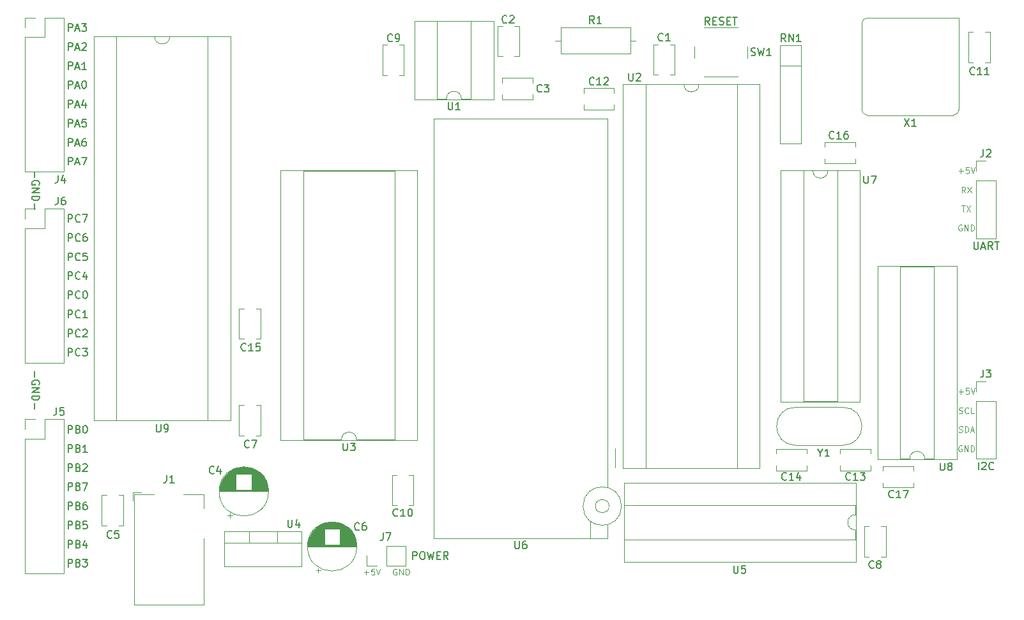
<source format=gto>
G04 #@! TF.GenerationSoftware,KiCad,Pcbnew,5.1.4+dfsg1-2*
G04 #@! TF.CreationDate,2019-11-28T17:33:19+01:00*
G04 #@! TF.ProjectId,cpu_board,6370755f-626f-4617-9264-2e6b69636164,rev?*
G04 #@! TF.SameCoordinates,Original*
G04 #@! TF.FileFunction,Legend,Top*
G04 #@! TF.FilePolarity,Positive*
%FSLAX46Y46*%
G04 Gerber Fmt 4.6, Leading zero omitted, Abs format (unit mm)*
G04 Created by KiCad (PCBNEW 5.1.4+dfsg1-2) date 2019-11-28 17:33:19*
%MOMM*%
%LPD*%
G04 APERTURE LIST*
%ADD10C,0.150000*%
%ADD11C,0.120000*%
G04 APERTURE END LIST*
D10*
X86728571Y-75876190D02*
X86728571Y-76638095D01*
X87300000Y-77638095D02*
X87347619Y-77542857D01*
X87347619Y-77400000D01*
X87300000Y-77257142D01*
X87204761Y-77161904D01*
X87109523Y-77114285D01*
X86919047Y-77066666D01*
X86776190Y-77066666D01*
X86585714Y-77114285D01*
X86490476Y-77161904D01*
X86395238Y-77257142D01*
X86347619Y-77400000D01*
X86347619Y-77495238D01*
X86395238Y-77638095D01*
X86442857Y-77685714D01*
X86776190Y-77685714D01*
X86776190Y-77495238D01*
X86347619Y-78114285D02*
X87347619Y-78114285D01*
X86347619Y-78685714D01*
X87347619Y-78685714D01*
X86347619Y-79161904D02*
X87347619Y-79161904D01*
X87347619Y-79400000D01*
X87300000Y-79542857D01*
X87204761Y-79638095D01*
X87109523Y-79685714D01*
X86919047Y-79733333D01*
X86776190Y-79733333D01*
X86585714Y-79685714D01*
X86490476Y-79638095D01*
X86395238Y-79542857D01*
X86347619Y-79400000D01*
X86347619Y-79161904D01*
X86728571Y-80161904D02*
X86728571Y-80923809D01*
X86728571Y-102376190D02*
X86728571Y-103138095D01*
X87300000Y-104138095D02*
X87347619Y-104042857D01*
X87347619Y-103900000D01*
X87300000Y-103757142D01*
X87204761Y-103661904D01*
X87109523Y-103614285D01*
X86919047Y-103566666D01*
X86776190Y-103566666D01*
X86585714Y-103614285D01*
X86490476Y-103661904D01*
X86395238Y-103757142D01*
X86347619Y-103900000D01*
X86347619Y-103995238D01*
X86395238Y-104138095D01*
X86442857Y-104185714D01*
X86776190Y-104185714D01*
X86776190Y-103995238D01*
X86347619Y-104614285D02*
X87347619Y-104614285D01*
X86347619Y-105185714D01*
X87347619Y-105185714D01*
X86347619Y-105661904D02*
X87347619Y-105661904D01*
X87347619Y-105900000D01*
X87300000Y-106042857D01*
X87204761Y-106138095D01*
X87109523Y-106185714D01*
X86919047Y-106233333D01*
X86776190Y-106233333D01*
X86585714Y-106185714D01*
X86490476Y-106138095D01*
X86395238Y-106042857D01*
X86347619Y-105900000D01*
X86347619Y-105661904D01*
X86728571Y-106661904D02*
X86728571Y-107423809D01*
D11*
X134690476Y-128650000D02*
X134614285Y-128611904D01*
X134500000Y-128611904D01*
X134385714Y-128650000D01*
X134309523Y-128726190D01*
X134271428Y-128802380D01*
X134233333Y-128954761D01*
X134233333Y-129069047D01*
X134271428Y-129221428D01*
X134309523Y-129297619D01*
X134385714Y-129373809D01*
X134500000Y-129411904D01*
X134576190Y-129411904D01*
X134690476Y-129373809D01*
X134728571Y-129335714D01*
X134728571Y-129069047D01*
X134576190Y-129069047D01*
X135071428Y-129411904D02*
X135071428Y-128611904D01*
X135528571Y-129411904D01*
X135528571Y-128611904D01*
X135909523Y-129411904D02*
X135909523Y-128611904D01*
X136100000Y-128611904D01*
X136214285Y-128650000D01*
X136290476Y-128726190D01*
X136328571Y-128802380D01*
X136366666Y-128954761D01*
X136366666Y-129069047D01*
X136328571Y-129221428D01*
X136290476Y-129297619D01*
X136214285Y-129373809D01*
X136100000Y-129411904D01*
X135909523Y-129411904D01*
X130371428Y-129107142D02*
X130980952Y-129107142D01*
X130676190Y-129411904D02*
X130676190Y-128802380D01*
X131742857Y-128611904D02*
X131361904Y-128611904D01*
X131323809Y-128992857D01*
X131361904Y-128954761D01*
X131438095Y-128916666D01*
X131628571Y-128916666D01*
X131704761Y-128954761D01*
X131742857Y-128992857D01*
X131780952Y-129069047D01*
X131780952Y-129259523D01*
X131742857Y-129335714D01*
X131704761Y-129373809D01*
X131628571Y-129411904D01*
X131438095Y-129411904D01*
X131361904Y-129373809D01*
X131323809Y-129335714D01*
X132009523Y-128611904D02*
X132276190Y-129411904D01*
X132542857Y-128611904D01*
X209590476Y-83000000D02*
X209514285Y-82961904D01*
X209400000Y-82961904D01*
X209285714Y-83000000D01*
X209209523Y-83076190D01*
X209171428Y-83152380D01*
X209133333Y-83304761D01*
X209133333Y-83419047D01*
X209171428Y-83571428D01*
X209209523Y-83647619D01*
X209285714Y-83723809D01*
X209400000Y-83761904D01*
X209476190Y-83761904D01*
X209590476Y-83723809D01*
X209628571Y-83685714D01*
X209628571Y-83419047D01*
X209476190Y-83419047D01*
X209971428Y-83761904D02*
X209971428Y-82961904D01*
X210428571Y-83761904D01*
X210428571Y-82961904D01*
X210809523Y-83761904D02*
X210809523Y-82961904D01*
X211000000Y-82961904D01*
X211114285Y-83000000D01*
X211190476Y-83076190D01*
X211228571Y-83152380D01*
X211266666Y-83304761D01*
X211266666Y-83419047D01*
X211228571Y-83571428D01*
X211190476Y-83647619D01*
X211114285Y-83723809D01*
X211000000Y-83761904D01*
X210809523Y-83761904D01*
X209171428Y-75807142D02*
X209780952Y-75807142D01*
X209476190Y-76111904D02*
X209476190Y-75502380D01*
X210542857Y-75311904D02*
X210161904Y-75311904D01*
X210123809Y-75692857D01*
X210161904Y-75654761D01*
X210238095Y-75616666D01*
X210428571Y-75616666D01*
X210504761Y-75654761D01*
X210542857Y-75692857D01*
X210580952Y-75769047D01*
X210580952Y-75959523D01*
X210542857Y-76035714D01*
X210504761Y-76073809D01*
X210428571Y-76111904D01*
X210238095Y-76111904D01*
X210161904Y-76073809D01*
X210123809Y-76035714D01*
X210809523Y-75311904D02*
X211076190Y-76111904D01*
X211342857Y-75311904D01*
X210066666Y-78711904D02*
X209800000Y-78330952D01*
X209609523Y-78711904D02*
X209609523Y-77911904D01*
X209914285Y-77911904D01*
X209990476Y-77950000D01*
X210028571Y-77988095D01*
X210066666Y-78064285D01*
X210066666Y-78178571D01*
X210028571Y-78254761D01*
X209990476Y-78292857D01*
X209914285Y-78330952D01*
X209609523Y-78330952D01*
X210333333Y-77911904D02*
X210866666Y-78711904D01*
X210866666Y-77911904D02*
X210333333Y-78711904D01*
X209590476Y-80411904D02*
X210047619Y-80411904D01*
X209819047Y-81211904D02*
X209819047Y-80411904D01*
X210238095Y-80411904D02*
X210771428Y-81211904D01*
X210771428Y-80411904D02*
X210238095Y-81211904D01*
X209171428Y-105107142D02*
X209780952Y-105107142D01*
X209476190Y-105411904D02*
X209476190Y-104802380D01*
X210542857Y-104611904D02*
X210161904Y-104611904D01*
X210123809Y-104992857D01*
X210161904Y-104954761D01*
X210238095Y-104916666D01*
X210428571Y-104916666D01*
X210504761Y-104954761D01*
X210542857Y-104992857D01*
X210580952Y-105069047D01*
X210580952Y-105259523D01*
X210542857Y-105335714D01*
X210504761Y-105373809D01*
X210428571Y-105411904D01*
X210238095Y-105411904D01*
X210161904Y-105373809D01*
X210123809Y-105335714D01*
X210809523Y-104611904D02*
X211076190Y-105411904D01*
X211342857Y-104611904D01*
X209590476Y-112300000D02*
X209514285Y-112261904D01*
X209400000Y-112261904D01*
X209285714Y-112300000D01*
X209209523Y-112376190D01*
X209171428Y-112452380D01*
X209133333Y-112604761D01*
X209133333Y-112719047D01*
X209171428Y-112871428D01*
X209209523Y-112947619D01*
X209285714Y-113023809D01*
X209400000Y-113061904D01*
X209476190Y-113061904D01*
X209590476Y-113023809D01*
X209628571Y-112985714D01*
X209628571Y-112719047D01*
X209476190Y-112719047D01*
X209971428Y-113061904D02*
X209971428Y-112261904D01*
X210428571Y-113061904D01*
X210428571Y-112261904D01*
X210809523Y-113061904D02*
X210809523Y-112261904D01*
X211000000Y-112261904D01*
X211114285Y-112300000D01*
X211190476Y-112376190D01*
X211228571Y-112452380D01*
X211266666Y-112604761D01*
X211266666Y-112719047D01*
X211228571Y-112871428D01*
X211190476Y-112947619D01*
X211114285Y-113023809D01*
X211000000Y-113061904D01*
X210809523Y-113061904D01*
X209247619Y-107973809D02*
X209361904Y-108011904D01*
X209552380Y-108011904D01*
X209628571Y-107973809D01*
X209666666Y-107935714D01*
X209704761Y-107859523D01*
X209704761Y-107783333D01*
X209666666Y-107707142D01*
X209628571Y-107669047D01*
X209552380Y-107630952D01*
X209400000Y-107592857D01*
X209323809Y-107554761D01*
X209285714Y-107516666D01*
X209247619Y-107440476D01*
X209247619Y-107364285D01*
X209285714Y-107288095D01*
X209323809Y-107250000D01*
X209400000Y-107211904D01*
X209590476Y-107211904D01*
X209704761Y-107250000D01*
X210504761Y-107935714D02*
X210466666Y-107973809D01*
X210352380Y-108011904D01*
X210276190Y-108011904D01*
X210161904Y-107973809D01*
X210085714Y-107897619D01*
X210047619Y-107821428D01*
X210009523Y-107669047D01*
X210009523Y-107554761D01*
X210047619Y-107402380D01*
X210085714Y-107326190D01*
X210161904Y-107250000D01*
X210276190Y-107211904D01*
X210352380Y-107211904D01*
X210466666Y-107250000D01*
X210504761Y-107288095D01*
X211228571Y-108011904D02*
X210847619Y-108011904D01*
X210847619Y-107211904D01*
X209228571Y-110473809D02*
X209342857Y-110511904D01*
X209533333Y-110511904D01*
X209609523Y-110473809D01*
X209647619Y-110435714D01*
X209685714Y-110359523D01*
X209685714Y-110283333D01*
X209647619Y-110207142D01*
X209609523Y-110169047D01*
X209533333Y-110130952D01*
X209380952Y-110092857D01*
X209304761Y-110054761D01*
X209266666Y-110016666D01*
X209228571Y-109940476D01*
X209228571Y-109864285D01*
X209266666Y-109788095D01*
X209304761Y-109750000D01*
X209380952Y-109711904D01*
X209571428Y-109711904D01*
X209685714Y-109750000D01*
X210028571Y-110511904D02*
X210028571Y-109711904D01*
X210219047Y-109711904D01*
X210333333Y-109750000D01*
X210409523Y-109826190D01*
X210447619Y-109902380D01*
X210485714Y-110054761D01*
X210485714Y-110169047D01*
X210447619Y-110321428D01*
X210409523Y-110397619D01*
X210333333Y-110473809D01*
X210219047Y-110511904D01*
X210028571Y-110511904D01*
X210790476Y-110283333D02*
X211171428Y-110283333D01*
X210714285Y-110511904D02*
X210980952Y-109711904D01*
X211247619Y-110511904D01*
D10*
X91161904Y-128352380D02*
X91161904Y-127352380D01*
X91542857Y-127352380D01*
X91638095Y-127400000D01*
X91685714Y-127447619D01*
X91733333Y-127542857D01*
X91733333Y-127685714D01*
X91685714Y-127780952D01*
X91638095Y-127828571D01*
X91542857Y-127876190D01*
X91161904Y-127876190D01*
X92495238Y-127828571D02*
X92638095Y-127876190D01*
X92685714Y-127923809D01*
X92733333Y-128019047D01*
X92733333Y-128161904D01*
X92685714Y-128257142D01*
X92638095Y-128304761D01*
X92542857Y-128352380D01*
X92161904Y-128352380D01*
X92161904Y-127352380D01*
X92495238Y-127352380D01*
X92590476Y-127400000D01*
X92638095Y-127447619D01*
X92685714Y-127542857D01*
X92685714Y-127638095D01*
X92638095Y-127733333D01*
X92590476Y-127780952D01*
X92495238Y-127828571D01*
X92161904Y-127828571D01*
X93066666Y-127352380D02*
X93685714Y-127352380D01*
X93352380Y-127733333D01*
X93495238Y-127733333D01*
X93590476Y-127780952D01*
X93638095Y-127828571D01*
X93685714Y-127923809D01*
X93685714Y-128161904D01*
X93638095Y-128257142D01*
X93590476Y-128304761D01*
X93495238Y-128352380D01*
X93209523Y-128352380D01*
X93114285Y-128304761D01*
X93066666Y-128257142D01*
X91161904Y-123302380D02*
X91161904Y-122302380D01*
X91542857Y-122302380D01*
X91638095Y-122350000D01*
X91685714Y-122397619D01*
X91733333Y-122492857D01*
X91733333Y-122635714D01*
X91685714Y-122730952D01*
X91638095Y-122778571D01*
X91542857Y-122826190D01*
X91161904Y-122826190D01*
X92495238Y-122778571D02*
X92638095Y-122826190D01*
X92685714Y-122873809D01*
X92733333Y-122969047D01*
X92733333Y-123111904D01*
X92685714Y-123207142D01*
X92638095Y-123254761D01*
X92542857Y-123302380D01*
X92161904Y-123302380D01*
X92161904Y-122302380D01*
X92495238Y-122302380D01*
X92590476Y-122350000D01*
X92638095Y-122397619D01*
X92685714Y-122492857D01*
X92685714Y-122588095D01*
X92638095Y-122683333D01*
X92590476Y-122730952D01*
X92495238Y-122778571D01*
X92161904Y-122778571D01*
X93638095Y-122302380D02*
X93161904Y-122302380D01*
X93114285Y-122778571D01*
X93161904Y-122730952D01*
X93257142Y-122683333D01*
X93495238Y-122683333D01*
X93590476Y-122730952D01*
X93638095Y-122778571D01*
X93685714Y-122873809D01*
X93685714Y-123111904D01*
X93638095Y-123207142D01*
X93590476Y-123254761D01*
X93495238Y-123302380D01*
X93257142Y-123302380D01*
X93161904Y-123254761D01*
X93114285Y-123207142D01*
X91161904Y-113152380D02*
X91161904Y-112152380D01*
X91542857Y-112152380D01*
X91638095Y-112200000D01*
X91685714Y-112247619D01*
X91733333Y-112342857D01*
X91733333Y-112485714D01*
X91685714Y-112580952D01*
X91638095Y-112628571D01*
X91542857Y-112676190D01*
X91161904Y-112676190D01*
X92495238Y-112628571D02*
X92638095Y-112676190D01*
X92685714Y-112723809D01*
X92733333Y-112819047D01*
X92733333Y-112961904D01*
X92685714Y-113057142D01*
X92638095Y-113104761D01*
X92542857Y-113152380D01*
X92161904Y-113152380D01*
X92161904Y-112152380D01*
X92495238Y-112152380D01*
X92590476Y-112200000D01*
X92638095Y-112247619D01*
X92685714Y-112342857D01*
X92685714Y-112438095D01*
X92638095Y-112533333D01*
X92590476Y-112580952D01*
X92495238Y-112628571D01*
X92161904Y-112628571D01*
X93685714Y-113152380D02*
X93114285Y-113152380D01*
X93400000Y-113152380D02*
X93400000Y-112152380D01*
X93304761Y-112295238D01*
X93209523Y-112390476D01*
X93114285Y-112438095D01*
X91161904Y-118202380D02*
X91161904Y-117202380D01*
X91542857Y-117202380D01*
X91638095Y-117250000D01*
X91685714Y-117297619D01*
X91733333Y-117392857D01*
X91733333Y-117535714D01*
X91685714Y-117630952D01*
X91638095Y-117678571D01*
X91542857Y-117726190D01*
X91161904Y-117726190D01*
X92495238Y-117678571D02*
X92638095Y-117726190D01*
X92685714Y-117773809D01*
X92733333Y-117869047D01*
X92733333Y-118011904D01*
X92685714Y-118107142D01*
X92638095Y-118154761D01*
X92542857Y-118202380D01*
X92161904Y-118202380D01*
X92161904Y-117202380D01*
X92495238Y-117202380D01*
X92590476Y-117250000D01*
X92638095Y-117297619D01*
X92685714Y-117392857D01*
X92685714Y-117488095D01*
X92638095Y-117583333D01*
X92590476Y-117630952D01*
X92495238Y-117678571D01*
X92161904Y-117678571D01*
X93066666Y-117202380D02*
X93733333Y-117202380D01*
X93304761Y-118202380D01*
X91161904Y-120752380D02*
X91161904Y-119752380D01*
X91542857Y-119752380D01*
X91638095Y-119800000D01*
X91685714Y-119847619D01*
X91733333Y-119942857D01*
X91733333Y-120085714D01*
X91685714Y-120180952D01*
X91638095Y-120228571D01*
X91542857Y-120276190D01*
X91161904Y-120276190D01*
X92495238Y-120228571D02*
X92638095Y-120276190D01*
X92685714Y-120323809D01*
X92733333Y-120419047D01*
X92733333Y-120561904D01*
X92685714Y-120657142D01*
X92638095Y-120704761D01*
X92542857Y-120752380D01*
X92161904Y-120752380D01*
X92161904Y-119752380D01*
X92495238Y-119752380D01*
X92590476Y-119800000D01*
X92638095Y-119847619D01*
X92685714Y-119942857D01*
X92685714Y-120038095D01*
X92638095Y-120133333D01*
X92590476Y-120180952D01*
X92495238Y-120228571D01*
X92161904Y-120228571D01*
X93590476Y-119752380D02*
X93400000Y-119752380D01*
X93304761Y-119800000D01*
X93257142Y-119847619D01*
X93161904Y-119990476D01*
X93114285Y-120180952D01*
X93114285Y-120561904D01*
X93161904Y-120657142D01*
X93209523Y-120704761D01*
X93304761Y-120752380D01*
X93495238Y-120752380D01*
X93590476Y-120704761D01*
X93638095Y-120657142D01*
X93685714Y-120561904D01*
X93685714Y-120323809D01*
X93638095Y-120228571D01*
X93590476Y-120180952D01*
X93495238Y-120133333D01*
X93304761Y-120133333D01*
X93209523Y-120180952D01*
X93161904Y-120228571D01*
X93114285Y-120323809D01*
X91161904Y-110602380D02*
X91161904Y-109602380D01*
X91542857Y-109602380D01*
X91638095Y-109650000D01*
X91685714Y-109697619D01*
X91733333Y-109792857D01*
X91733333Y-109935714D01*
X91685714Y-110030952D01*
X91638095Y-110078571D01*
X91542857Y-110126190D01*
X91161904Y-110126190D01*
X92495238Y-110078571D02*
X92638095Y-110126190D01*
X92685714Y-110173809D01*
X92733333Y-110269047D01*
X92733333Y-110411904D01*
X92685714Y-110507142D01*
X92638095Y-110554761D01*
X92542857Y-110602380D01*
X92161904Y-110602380D01*
X92161904Y-109602380D01*
X92495238Y-109602380D01*
X92590476Y-109650000D01*
X92638095Y-109697619D01*
X92685714Y-109792857D01*
X92685714Y-109888095D01*
X92638095Y-109983333D01*
X92590476Y-110030952D01*
X92495238Y-110078571D01*
X92161904Y-110078571D01*
X93352380Y-109602380D02*
X93447619Y-109602380D01*
X93542857Y-109650000D01*
X93590476Y-109697619D01*
X93638095Y-109792857D01*
X93685714Y-109983333D01*
X93685714Y-110221428D01*
X93638095Y-110411904D01*
X93590476Y-110507142D01*
X93542857Y-110554761D01*
X93447619Y-110602380D01*
X93352380Y-110602380D01*
X93257142Y-110554761D01*
X93209523Y-110507142D01*
X93161904Y-110411904D01*
X93114285Y-110221428D01*
X93114285Y-109983333D01*
X93161904Y-109792857D01*
X93209523Y-109697619D01*
X93257142Y-109650000D01*
X93352380Y-109602380D01*
X91161904Y-115702380D02*
X91161904Y-114702380D01*
X91542857Y-114702380D01*
X91638095Y-114750000D01*
X91685714Y-114797619D01*
X91733333Y-114892857D01*
X91733333Y-115035714D01*
X91685714Y-115130952D01*
X91638095Y-115178571D01*
X91542857Y-115226190D01*
X91161904Y-115226190D01*
X92495238Y-115178571D02*
X92638095Y-115226190D01*
X92685714Y-115273809D01*
X92733333Y-115369047D01*
X92733333Y-115511904D01*
X92685714Y-115607142D01*
X92638095Y-115654761D01*
X92542857Y-115702380D01*
X92161904Y-115702380D01*
X92161904Y-114702380D01*
X92495238Y-114702380D01*
X92590476Y-114750000D01*
X92638095Y-114797619D01*
X92685714Y-114892857D01*
X92685714Y-114988095D01*
X92638095Y-115083333D01*
X92590476Y-115130952D01*
X92495238Y-115178571D01*
X92161904Y-115178571D01*
X93114285Y-114797619D02*
X93161904Y-114750000D01*
X93257142Y-114702380D01*
X93495238Y-114702380D01*
X93590476Y-114750000D01*
X93638095Y-114797619D01*
X93685714Y-114892857D01*
X93685714Y-114988095D01*
X93638095Y-115130952D01*
X93066666Y-115702380D01*
X93685714Y-115702380D01*
X91161904Y-125852380D02*
X91161904Y-124852380D01*
X91542857Y-124852380D01*
X91638095Y-124900000D01*
X91685714Y-124947619D01*
X91733333Y-125042857D01*
X91733333Y-125185714D01*
X91685714Y-125280952D01*
X91638095Y-125328571D01*
X91542857Y-125376190D01*
X91161904Y-125376190D01*
X92495238Y-125328571D02*
X92638095Y-125376190D01*
X92685714Y-125423809D01*
X92733333Y-125519047D01*
X92733333Y-125661904D01*
X92685714Y-125757142D01*
X92638095Y-125804761D01*
X92542857Y-125852380D01*
X92161904Y-125852380D01*
X92161904Y-124852380D01*
X92495238Y-124852380D01*
X92590476Y-124900000D01*
X92638095Y-124947619D01*
X92685714Y-125042857D01*
X92685714Y-125138095D01*
X92638095Y-125233333D01*
X92590476Y-125280952D01*
X92495238Y-125328571D01*
X92161904Y-125328571D01*
X93590476Y-125185714D02*
X93590476Y-125852380D01*
X93352380Y-124804761D02*
X93114285Y-125519047D01*
X93733333Y-125519047D01*
X91161904Y-95302380D02*
X91161904Y-94302380D01*
X91542857Y-94302380D01*
X91638095Y-94350000D01*
X91685714Y-94397619D01*
X91733333Y-94492857D01*
X91733333Y-94635714D01*
X91685714Y-94730952D01*
X91638095Y-94778571D01*
X91542857Y-94826190D01*
X91161904Y-94826190D01*
X92733333Y-95207142D02*
X92685714Y-95254761D01*
X92542857Y-95302380D01*
X92447619Y-95302380D01*
X92304761Y-95254761D01*
X92209523Y-95159523D01*
X92161904Y-95064285D01*
X92114285Y-94873809D01*
X92114285Y-94730952D01*
X92161904Y-94540476D01*
X92209523Y-94445238D01*
X92304761Y-94350000D01*
X92447619Y-94302380D01*
X92542857Y-94302380D01*
X92685714Y-94350000D01*
X92733333Y-94397619D01*
X93685714Y-95302380D02*
X93114285Y-95302380D01*
X93400000Y-95302380D02*
X93400000Y-94302380D01*
X93304761Y-94445238D01*
X93209523Y-94540476D01*
X93114285Y-94588095D01*
X91161904Y-92752380D02*
X91161904Y-91752380D01*
X91542857Y-91752380D01*
X91638095Y-91800000D01*
X91685714Y-91847619D01*
X91733333Y-91942857D01*
X91733333Y-92085714D01*
X91685714Y-92180952D01*
X91638095Y-92228571D01*
X91542857Y-92276190D01*
X91161904Y-92276190D01*
X92733333Y-92657142D02*
X92685714Y-92704761D01*
X92542857Y-92752380D01*
X92447619Y-92752380D01*
X92304761Y-92704761D01*
X92209523Y-92609523D01*
X92161904Y-92514285D01*
X92114285Y-92323809D01*
X92114285Y-92180952D01*
X92161904Y-91990476D01*
X92209523Y-91895238D01*
X92304761Y-91800000D01*
X92447619Y-91752380D01*
X92542857Y-91752380D01*
X92685714Y-91800000D01*
X92733333Y-91847619D01*
X93352380Y-91752380D02*
X93447619Y-91752380D01*
X93542857Y-91800000D01*
X93590476Y-91847619D01*
X93638095Y-91942857D01*
X93685714Y-92133333D01*
X93685714Y-92371428D01*
X93638095Y-92561904D01*
X93590476Y-92657142D01*
X93542857Y-92704761D01*
X93447619Y-92752380D01*
X93352380Y-92752380D01*
X93257142Y-92704761D01*
X93209523Y-92657142D01*
X93161904Y-92561904D01*
X93114285Y-92371428D01*
X93114285Y-92133333D01*
X93161904Y-91942857D01*
X93209523Y-91847619D01*
X93257142Y-91800000D01*
X93352380Y-91752380D01*
X91161904Y-85152380D02*
X91161904Y-84152380D01*
X91542857Y-84152380D01*
X91638095Y-84200000D01*
X91685714Y-84247619D01*
X91733333Y-84342857D01*
X91733333Y-84485714D01*
X91685714Y-84580952D01*
X91638095Y-84628571D01*
X91542857Y-84676190D01*
X91161904Y-84676190D01*
X92733333Y-85057142D02*
X92685714Y-85104761D01*
X92542857Y-85152380D01*
X92447619Y-85152380D01*
X92304761Y-85104761D01*
X92209523Y-85009523D01*
X92161904Y-84914285D01*
X92114285Y-84723809D01*
X92114285Y-84580952D01*
X92161904Y-84390476D01*
X92209523Y-84295238D01*
X92304761Y-84200000D01*
X92447619Y-84152380D01*
X92542857Y-84152380D01*
X92685714Y-84200000D01*
X92733333Y-84247619D01*
X93590476Y-84152380D02*
X93400000Y-84152380D01*
X93304761Y-84200000D01*
X93257142Y-84247619D01*
X93161904Y-84390476D01*
X93114285Y-84580952D01*
X93114285Y-84961904D01*
X93161904Y-85057142D01*
X93209523Y-85104761D01*
X93304761Y-85152380D01*
X93495238Y-85152380D01*
X93590476Y-85104761D01*
X93638095Y-85057142D01*
X93685714Y-84961904D01*
X93685714Y-84723809D01*
X93638095Y-84628571D01*
X93590476Y-84580952D01*
X93495238Y-84533333D01*
X93304761Y-84533333D01*
X93209523Y-84580952D01*
X93161904Y-84628571D01*
X93114285Y-84723809D01*
X91161904Y-82602380D02*
X91161904Y-81602380D01*
X91542857Y-81602380D01*
X91638095Y-81650000D01*
X91685714Y-81697619D01*
X91733333Y-81792857D01*
X91733333Y-81935714D01*
X91685714Y-82030952D01*
X91638095Y-82078571D01*
X91542857Y-82126190D01*
X91161904Y-82126190D01*
X92733333Y-82507142D02*
X92685714Y-82554761D01*
X92542857Y-82602380D01*
X92447619Y-82602380D01*
X92304761Y-82554761D01*
X92209523Y-82459523D01*
X92161904Y-82364285D01*
X92114285Y-82173809D01*
X92114285Y-82030952D01*
X92161904Y-81840476D01*
X92209523Y-81745238D01*
X92304761Y-81650000D01*
X92447619Y-81602380D01*
X92542857Y-81602380D01*
X92685714Y-81650000D01*
X92733333Y-81697619D01*
X93066666Y-81602380D02*
X93733333Y-81602380D01*
X93304761Y-82602380D01*
X91161904Y-90202380D02*
X91161904Y-89202380D01*
X91542857Y-89202380D01*
X91638095Y-89250000D01*
X91685714Y-89297619D01*
X91733333Y-89392857D01*
X91733333Y-89535714D01*
X91685714Y-89630952D01*
X91638095Y-89678571D01*
X91542857Y-89726190D01*
X91161904Y-89726190D01*
X92733333Y-90107142D02*
X92685714Y-90154761D01*
X92542857Y-90202380D01*
X92447619Y-90202380D01*
X92304761Y-90154761D01*
X92209523Y-90059523D01*
X92161904Y-89964285D01*
X92114285Y-89773809D01*
X92114285Y-89630952D01*
X92161904Y-89440476D01*
X92209523Y-89345238D01*
X92304761Y-89250000D01*
X92447619Y-89202380D01*
X92542857Y-89202380D01*
X92685714Y-89250000D01*
X92733333Y-89297619D01*
X93590476Y-89535714D02*
X93590476Y-90202380D01*
X93352380Y-89154761D02*
X93114285Y-89869047D01*
X93733333Y-89869047D01*
X91161904Y-97852380D02*
X91161904Y-96852380D01*
X91542857Y-96852380D01*
X91638095Y-96900000D01*
X91685714Y-96947619D01*
X91733333Y-97042857D01*
X91733333Y-97185714D01*
X91685714Y-97280952D01*
X91638095Y-97328571D01*
X91542857Y-97376190D01*
X91161904Y-97376190D01*
X92733333Y-97757142D02*
X92685714Y-97804761D01*
X92542857Y-97852380D01*
X92447619Y-97852380D01*
X92304761Y-97804761D01*
X92209523Y-97709523D01*
X92161904Y-97614285D01*
X92114285Y-97423809D01*
X92114285Y-97280952D01*
X92161904Y-97090476D01*
X92209523Y-96995238D01*
X92304761Y-96900000D01*
X92447619Y-96852380D01*
X92542857Y-96852380D01*
X92685714Y-96900000D01*
X92733333Y-96947619D01*
X93114285Y-96947619D02*
X93161904Y-96900000D01*
X93257142Y-96852380D01*
X93495238Y-96852380D01*
X93590476Y-96900000D01*
X93638095Y-96947619D01*
X93685714Y-97042857D01*
X93685714Y-97138095D01*
X93638095Y-97280952D01*
X93066666Y-97852380D01*
X93685714Y-97852380D01*
X91161904Y-87702380D02*
X91161904Y-86702380D01*
X91542857Y-86702380D01*
X91638095Y-86750000D01*
X91685714Y-86797619D01*
X91733333Y-86892857D01*
X91733333Y-87035714D01*
X91685714Y-87130952D01*
X91638095Y-87178571D01*
X91542857Y-87226190D01*
X91161904Y-87226190D01*
X92733333Y-87607142D02*
X92685714Y-87654761D01*
X92542857Y-87702380D01*
X92447619Y-87702380D01*
X92304761Y-87654761D01*
X92209523Y-87559523D01*
X92161904Y-87464285D01*
X92114285Y-87273809D01*
X92114285Y-87130952D01*
X92161904Y-86940476D01*
X92209523Y-86845238D01*
X92304761Y-86750000D01*
X92447619Y-86702380D01*
X92542857Y-86702380D01*
X92685714Y-86750000D01*
X92733333Y-86797619D01*
X93638095Y-86702380D02*
X93161904Y-86702380D01*
X93114285Y-87178571D01*
X93161904Y-87130952D01*
X93257142Y-87083333D01*
X93495238Y-87083333D01*
X93590476Y-87130952D01*
X93638095Y-87178571D01*
X93685714Y-87273809D01*
X93685714Y-87511904D01*
X93638095Y-87607142D01*
X93590476Y-87654761D01*
X93495238Y-87702380D01*
X93257142Y-87702380D01*
X93161904Y-87654761D01*
X93114285Y-87607142D01*
X91161904Y-100352380D02*
X91161904Y-99352380D01*
X91542857Y-99352380D01*
X91638095Y-99400000D01*
X91685714Y-99447619D01*
X91733333Y-99542857D01*
X91733333Y-99685714D01*
X91685714Y-99780952D01*
X91638095Y-99828571D01*
X91542857Y-99876190D01*
X91161904Y-99876190D01*
X92733333Y-100257142D02*
X92685714Y-100304761D01*
X92542857Y-100352380D01*
X92447619Y-100352380D01*
X92304761Y-100304761D01*
X92209523Y-100209523D01*
X92161904Y-100114285D01*
X92114285Y-99923809D01*
X92114285Y-99780952D01*
X92161904Y-99590476D01*
X92209523Y-99495238D01*
X92304761Y-99400000D01*
X92447619Y-99352380D01*
X92542857Y-99352380D01*
X92685714Y-99400000D01*
X92733333Y-99447619D01*
X93066666Y-99352380D02*
X93685714Y-99352380D01*
X93352380Y-99733333D01*
X93495238Y-99733333D01*
X93590476Y-99780952D01*
X93638095Y-99828571D01*
X93685714Y-99923809D01*
X93685714Y-100161904D01*
X93638095Y-100257142D01*
X93590476Y-100304761D01*
X93495238Y-100352380D01*
X93209523Y-100352380D01*
X93114285Y-100304761D01*
X93066666Y-100257142D01*
X91183333Y-69952380D02*
X91183333Y-68952380D01*
X91564285Y-68952380D01*
X91659523Y-69000000D01*
X91707142Y-69047619D01*
X91754761Y-69142857D01*
X91754761Y-69285714D01*
X91707142Y-69380952D01*
X91659523Y-69428571D01*
X91564285Y-69476190D01*
X91183333Y-69476190D01*
X92135714Y-69666666D02*
X92611904Y-69666666D01*
X92040476Y-69952380D02*
X92373809Y-68952380D01*
X92707142Y-69952380D01*
X93516666Y-68952380D02*
X93040476Y-68952380D01*
X92992857Y-69428571D01*
X93040476Y-69380952D01*
X93135714Y-69333333D01*
X93373809Y-69333333D01*
X93469047Y-69380952D01*
X93516666Y-69428571D01*
X93564285Y-69523809D01*
X93564285Y-69761904D01*
X93516666Y-69857142D01*
X93469047Y-69904761D01*
X93373809Y-69952380D01*
X93135714Y-69952380D01*
X93040476Y-69904761D01*
X92992857Y-69857142D01*
X91183333Y-67402380D02*
X91183333Y-66402380D01*
X91564285Y-66402380D01*
X91659523Y-66450000D01*
X91707142Y-66497619D01*
X91754761Y-66592857D01*
X91754761Y-66735714D01*
X91707142Y-66830952D01*
X91659523Y-66878571D01*
X91564285Y-66926190D01*
X91183333Y-66926190D01*
X92135714Y-67116666D02*
X92611904Y-67116666D01*
X92040476Y-67402380D02*
X92373809Y-66402380D01*
X92707142Y-67402380D01*
X93469047Y-66735714D02*
X93469047Y-67402380D01*
X93230952Y-66354761D02*
X92992857Y-67069047D01*
X93611904Y-67069047D01*
X91183333Y-75002380D02*
X91183333Y-74002380D01*
X91564285Y-74002380D01*
X91659523Y-74050000D01*
X91707142Y-74097619D01*
X91754761Y-74192857D01*
X91754761Y-74335714D01*
X91707142Y-74430952D01*
X91659523Y-74478571D01*
X91564285Y-74526190D01*
X91183333Y-74526190D01*
X92135714Y-74716666D02*
X92611904Y-74716666D01*
X92040476Y-75002380D02*
X92373809Y-74002380D01*
X92707142Y-75002380D01*
X92945238Y-74002380D02*
X93611904Y-74002380D01*
X93183333Y-75002380D01*
X91183333Y-72502380D02*
X91183333Y-71502380D01*
X91564285Y-71502380D01*
X91659523Y-71550000D01*
X91707142Y-71597619D01*
X91754761Y-71692857D01*
X91754761Y-71835714D01*
X91707142Y-71930952D01*
X91659523Y-71978571D01*
X91564285Y-72026190D01*
X91183333Y-72026190D01*
X92135714Y-72216666D02*
X92611904Y-72216666D01*
X92040476Y-72502380D02*
X92373809Y-71502380D01*
X92707142Y-72502380D01*
X93469047Y-71502380D02*
X93278571Y-71502380D01*
X93183333Y-71550000D01*
X93135714Y-71597619D01*
X93040476Y-71740476D01*
X92992857Y-71930952D01*
X92992857Y-72311904D01*
X93040476Y-72407142D01*
X93088095Y-72454761D01*
X93183333Y-72502380D01*
X93373809Y-72502380D01*
X93469047Y-72454761D01*
X93516666Y-72407142D01*
X93564285Y-72311904D01*
X93564285Y-72073809D01*
X93516666Y-71978571D01*
X93469047Y-71930952D01*
X93373809Y-71883333D01*
X93183333Y-71883333D01*
X93088095Y-71930952D01*
X93040476Y-71978571D01*
X92992857Y-72073809D01*
X91183333Y-64852380D02*
X91183333Y-63852380D01*
X91564285Y-63852380D01*
X91659523Y-63900000D01*
X91707142Y-63947619D01*
X91754761Y-64042857D01*
X91754761Y-64185714D01*
X91707142Y-64280952D01*
X91659523Y-64328571D01*
X91564285Y-64376190D01*
X91183333Y-64376190D01*
X92135714Y-64566666D02*
X92611904Y-64566666D01*
X92040476Y-64852380D02*
X92373809Y-63852380D01*
X92707142Y-64852380D01*
X93230952Y-63852380D02*
X93326190Y-63852380D01*
X93421428Y-63900000D01*
X93469047Y-63947619D01*
X93516666Y-64042857D01*
X93564285Y-64233333D01*
X93564285Y-64471428D01*
X93516666Y-64661904D01*
X93469047Y-64757142D01*
X93421428Y-64804761D01*
X93326190Y-64852380D01*
X93230952Y-64852380D01*
X93135714Y-64804761D01*
X93088095Y-64757142D01*
X93040476Y-64661904D01*
X92992857Y-64471428D01*
X92992857Y-64233333D01*
X93040476Y-64042857D01*
X93088095Y-63947619D01*
X93135714Y-63900000D01*
X93230952Y-63852380D01*
X91183333Y-62352380D02*
X91183333Y-61352380D01*
X91564285Y-61352380D01*
X91659523Y-61400000D01*
X91707142Y-61447619D01*
X91754761Y-61542857D01*
X91754761Y-61685714D01*
X91707142Y-61780952D01*
X91659523Y-61828571D01*
X91564285Y-61876190D01*
X91183333Y-61876190D01*
X92135714Y-62066666D02*
X92611904Y-62066666D01*
X92040476Y-62352380D02*
X92373809Y-61352380D01*
X92707142Y-62352380D01*
X93564285Y-62352380D02*
X92992857Y-62352380D01*
X93278571Y-62352380D02*
X93278571Y-61352380D01*
X93183333Y-61495238D01*
X93088095Y-61590476D01*
X92992857Y-61638095D01*
X91183333Y-59802380D02*
X91183333Y-58802380D01*
X91564285Y-58802380D01*
X91659523Y-58850000D01*
X91707142Y-58897619D01*
X91754761Y-58992857D01*
X91754761Y-59135714D01*
X91707142Y-59230952D01*
X91659523Y-59278571D01*
X91564285Y-59326190D01*
X91183333Y-59326190D01*
X92135714Y-59516666D02*
X92611904Y-59516666D01*
X92040476Y-59802380D02*
X92373809Y-58802380D01*
X92707142Y-59802380D01*
X92992857Y-58897619D02*
X93040476Y-58850000D01*
X93135714Y-58802380D01*
X93373809Y-58802380D01*
X93469047Y-58850000D01*
X93516666Y-58897619D01*
X93564285Y-58992857D01*
X93564285Y-59088095D01*
X93516666Y-59230952D01*
X92945238Y-59802380D01*
X93564285Y-59802380D01*
X91183333Y-57252380D02*
X91183333Y-56252380D01*
X91564285Y-56252380D01*
X91659523Y-56300000D01*
X91707142Y-56347619D01*
X91754761Y-56442857D01*
X91754761Y-56585714D01*
X91707142Y-56680952D01*
X91659523Y-56728571D01*
X91564285Y-56776190D01*
X91183333Y-56776190D01*
X92135714Y-56966666D02*
X92611904Y-56966666D01*
X92040476Y-57252380D02*
X92373809Y-56252380D01*
X92707142Y-57252380D01*
X92945238Y-56252380D02*
X93564285Y-56252380D01*
X93230952Y-56633333D01*
X93373809Y-56633333D01*
X93469047Y-56680952D01*
X93516666Y-56728571D01*
X93564285Y-56823809D01*
X93564285Y-57061904D01*
X93516666Y-57157142D01*
X93469047Y-57204761D01*
X93373809Y-57252380D01*
X93088095Y-57252380D01*
X92992857Y-57204761D01*
X92945238Y-57157142D01*
D11*
X188325000Y-61845000D02*
X185525000Y-61845000D01*
X188325000Y-72175000D02*
X188325000Y-59135000D01*
X185525000Y-72175000D02*
X188325000Y-72175000D01*
X185525000Y-59135000D02*
X185525000Y-72175000D01*
X188325000Y-59135000D02*
X185525000Y-59135000D01*
X130720000Y-128230000D02*
X130720000Y-126900000D01*
X132050000Y-128230000D02*
X130720000Y-128230000D01*
X133320000Y-128230000D02*
X133320000Y-125570000D01*
X133320000Y-125570000D02*
X135920000Y-125570000D01*
X133320000Y-128230000D02*
X135920000Y-128230000D01*
X135920000Y-128230000D02*
X135920000Y-125570000D01*
X166360000Y-58500000D02*
X165670000Y-58500000D01*
X155740000Y-58500000D02*
X156430000Y-58500000D01*
X165670000Y-56780000D02*
X156430000Y-56780000D01*
X165670000Y-60220000D02*
X165670000Y-56780000D01*
X156430000Y-60220000D02*
X165670000Y-60220000D01*
X156430000Y-56780000D02*
X156430000Y-60220000D01*
X203170000Y-117195000D02*
X203170000Y-117820000D01*
X203170000Y-114980000D02*
X203170000Y-115605000D01*
X199130000Y-117195000D02*
X199130000Y-117820000D01*
X199130000Y-114980000D02*
X199130000Y-115605000D01*
X199130000Y-117820000D02*
X203170000Y-117820000D01*
X199130000Y-114980000D02*
X203170000Y-114980000D01*
X191430000Y-72605000D02*
X191430000Y-71980000D01*
X191430000Y-74820000D02*
X191430000Y-74195000D01*
X195470000Y-72605000D02*
X195470000Y-71980000D01*
X195470000Y-74820000D02*
X195470000Y-74195000D01*
X195470000Y-71980000D02*
X191430000Y-71980000D01*
X195470000Y-74820000D02*
X191430000Y-74820000D01*
X114455000Y-98120000D02*
X113830000Y-98120000D01*
X116670000Y-98120000D02*
X116045000Y-98120000D01*
X114455000Y-94080000D02*
X113830000Y-94080000D01*
X116670000Y-94080000D02*
X116045000Y-94080000D01*
X113830000Y-94080000D02*
X113830000Y-98120000D01*
X116670000Y-94080000D02*
X116670000Y-98120000D01*
X184980000Y-113355000D02*
X184980000Y-112730000D01*
X184980000Y-115570000D02*
X184980000Y-114945000D01*
X189020000Y-113355000D02*
X189020000Y-112730000D01*
X189020000Y-115570000D02*
X189020000Y-114945000D01*
X189020000Y-112730000D02*
X184980000Y-112730000D01*
X189020000Y-115570000D02*
X184980000Y-115570000D01*
X193480000Y-113355000D02*
X193480000Y-112730000D01*
X193480000Y-115570000D02*
X193480000Y-114945000D01*
X197520000Y-113355000D02*
X197520000Y-112730000D01*
X197520000Y-115570000D02*
X197520000Y-114945000D01*
X197520000Y-112730000D02*
X193480000Y-112730000D01*
X197520000Y-115570000D02*
X193480000Y-115570000D01*
X159480000Y-65455000D02*
X159480000Y-64830000D01*
X159480000Y-67670000D02*
X159480000Y-67045000D01*
X163520000Y-65455000D02*
X163520000Y-64830000D01*
X163520000Y-67670000D02*
X163520000Y-67045000D01*
X163520000Y-64830000D02*
X159480000Y-64830000D01*
X163520000Y-67670000D02*
X159480000Y-67670000D01*
X211105000Y-61420000D02*
X210480000Y-61420000D01*
X213320000Y-61420000D02*
X212695000Y-61420000D01*
X211105000Y-57380000D02*
X210480000Y-57380000D01*
X213320000Y-57380000D02*
X212695000Y-57380000D01*
X210480000Y-57380000D02*
X210480000Y-61420000D01*
X213320000Y-57380000D02*
X213320000Y-61420000D01*
X134705000Y-120220000D02*
X134080000Y-120220000D01*
X136920000Y-120220000D02*
X136295000Y-120220000D01*
X134705000Y-116180000D02*
X134080000Y-116180000D01*
X136920000Y-116180000D02*
X136295000Y-116180000D01*
X134080000Y-116180000D02*
X134080000Y-120220000D01*
X136920000Y-116180000D02*
X136920000Y-120220000D01*
X135045000Y-59080000D02*
X135670000Y-59080000D01*
X132830000Y-59080000D02*
X133455000Y-59080000D01*
X135045000Y-63120000D02*
X135670000Y-63120000D01*
X132830000Y-63120000D02*
X133455000Y-63120000D01*
X135670000Y-63120000D02*
X135670000Y-59080000D01*
X132830000Y-63120000D02*
X132830000Y-59080000D01*
X198895000Y-122980000D02*
X199520000Y-122980000D01*
X196680000Y-122980000D02*
X197305000Y-122980000D01*
X198895000Y-127020000D02*
X199520000Y-127020000D01*
X196680000Y-127020000D02*
X197305000Y-127020000D01*
X199520000Y-127020000D02*
X199520000Y-122980000D01*
X196680000Y-127020000D02*
X196680000Y-122980000D01*
X116045000Y-106880000D02*
X116670000Y-106880000D01*
X113830000Y-106880000D02*
X114455000Y-106880000D01*
X116045000Y-110920000D02*
X116670000Y-110920000D01*
X113830000Y-110920000D02*
X114455000Y-110920000D01*
X116670000Y-110920000D02*
X116670000Y-106880000D01*
X113830000Y-110920000D02*
X113830000Y-106880000D01*
X96255000Y-122870000D02*
X95630000Y-122870000D01*
X98470000Y-122870000D02*
X97845000Y-122870000D01*
X96255000Y-118830000D02*
X95630000Y-118830000D01*
X98470000Y-118830000D02*
X97845000Y-118830000D01*
X95630000Y-118830000D02*
X95630000Y-122870000D01*
X98470000Y-118830000D02*
X98470000Y-122870000D01*
X152720000Y-65695000D02*
X152720000Y-66320000D01*
X152720000Y-63480000D02*
X152720000Y-64105000D01*
X148680000Y-65695000D02*
X148680000Y-66320000D01*
X148680000Y-63480000D02*
X148680000Y-64105000D01*
X148680000Y-66320000D02*
X152720000Y-66320000D01*
X148680000Y-63480000D02*
X152720000Y-63480000D01*
X150320000Y-56555000D02*
X150945000Y-56555000D01*
X148105000Y-56555000D02*
X148730000Y-56555000D01*
X150320000Y-60595000D02*
X150945000Y-60595000D01*
X148105000Y-60595000D02*
X148730000Y-60595000D01*
X150945000Y-60595000D02*
X150945000Y-56555000D01*
X148105000Y-60595000D02*
X148105000Y-56555000D01*
X170945000Y-59030000D02*
X171570000Y-59030000D01*
X168730000Y-59030000D02*
X169355000Y-59030000D01*
X170945000Y-63070000D02*
X171570000Y-63070000D01*
X168730000Y-63070000D02*
X169355000Y-63070000D01*
X171570000Y-63070000D02*
X171570000Y-59030000D01*
X168730000Y-63070000D02*
X168730000Y-59030000D01*
X112680000Y-57910000D02*
X94560000Y-57910000D01*
X112680000Y-108950000D02*
X112680000Y-57910000D01*
X94560000Y-108950000D02*
X112680000Y-108950000D01*
X94560000Y-57910000D02*
X94560000Y-108950000D01*
X109680000Y-57970000D02*
X104620000Y-57970000D01*
X109680000Y-108890000D02*
X109680000Y-57970000D01*
X97560000Y-108890000D02*
X109680000Y-108890000D01*
X97560000Y-57970000D02*
X97560000Y-108890000D01*
X102620000Y-57970000D02*
X97560000Y-57970000D01*
X104620000Y-57970000D02*
G75*
G02X102620000Y-57970000I-1000000J0D01*
G01*
X198440000Y-114090000D02*
X208940000Y-114090000D01*
X198440000Y-88450000D02*
X198440000Y-114090000D01*
X208940000Y-88450000D02*
X198440000Y-88450000D01*
X208940000Y-114090000D02*
X208940000Y-88450000D01*
X201440000Y-114030000D02*
X202690000Y-114030000D01*
X201440000Y-88510000D02*
X201440000Y-114030000D01*
X205940000Y-88510000D02*
X201440000Y-88510000D01*
X205940000Y-114030000D02*
X205940000Y-88510000D01*
X204690000Y-114030000D02*
X205940000Y-114030000D01*
X202690000Y-114030000D02*
G75*
G02X204690000Y-114030000I1000000J0D01*
G01*
X196110000Y-75710000D02*
X185610000Y-75710000D01*
X196110000Y-106430000D02*
X196110000Y-75710000D01*
X185610000Y-106430000D02*
X196110000Y-106430000D01*
X185610000Y-75710000D02*
X185610000Y-106430000D01*
X193110000Y-75770000D02*
X191860000Y-75770000D01*
X193110000Y-106370000D02*
X193110000Y-75770000D01*
X188610000Y-106370000D02*
X193110000Y-106370000D01*
X188610000Y-75770000D02*
X188610000Y-106370000D01*
X189860000Y-75770000D02*
X188610000Y-75770000D01*
X191860000Y-75770000D02*
G75*
G02X189860000Y-75770000I-1000000J0D01*
G01*
X195540000Y-127710000D02*
X195540000Y-117210000D01*
X164820000Y-127710000D02*
X195540000Y-127710000D01*
X164820000Y-117210000D02*
X164820000Y-127710000D01*
X195540000Y-117210000D02*
X164820000Y-117210000D01*
X195480000Y-124710000D02*
X195480000Y-123460000D01*
X164880000Y-124710000D02*
X195480000Y-124710000D01*
X164880000Y-120210000D02*
X164880000Y-124710000D01*
X195480000Y-120210000D02*
X164880000Y-120210000D01*
X195480000Y-121460000D02*
X195480000Y-120210000D01*
X195480000Y-123460000D02*
G75*
G02X195480000Y-121460000I0J1000000D01*
G01*
X119320000Y-111540000D02*
X137440000Y-111540000D01*
X119320000Y-75740000D02*
X119320000Y-111540000D01*
X137440000Y-75740000D02*
X119320000Y-75740000D01*
X137440000Y-111540000D02*
X137440000Y-75740000D01*
X122320000Y-111480000D02*
X127380000Y-111480000D01*
X122320000Y-75800000D02*
X122320000Y-111480000D01*
X134440000Y-75800000D02*
X122320000Y-75800000D01*
X134440000Y-111480000D02*
X134440000Y-75800000D01*
X129380000Y-111480000D02*
X134440000Y-111480000D01*
X127380000Y-111480000D02*
G75*
G02X129380000Y-111480000I1000000J0D01*
G01*
X182830000Y-64260000D02*
X164710000Y-64260000D01*
X182830000Y-115300000D02*
X182830000Y-64260000D01*
X164710000Y-115300000D02*
X182830000Y-115300000D01*
X164710000Y-64260000D02*
X164710000Y-115300000D01*
X179830000Y-64320000D02*
X174770000Y-64320000D01*
X179830000Y-115240000D02*
X179830000Y-64320000D01*
X167710000Y-115240000D02*
X179830000Y-115240000D01*
X167710000Y-64320000D02*
X167710000Y-115240000D01*
X172770000Y-64320000D02*
X167710000Y-64320000D01*
X174770000Y-64320000D02*
G75*
G02X172770000Y-64320000I-1000000J0D01*
G01*
X137040000Y-66290000D02*
X147540000Y-66290000D01*
X137040000Y-55890000D02*
X137040000Y-66290000D01*
X147540000Y-55890000D02*
X137040000Y-55890000D01*
X147540000Y-66290000D02*
X147540000Y-55890000D01*
X140040000Y-66230000D02*
X141290000Y-66230000D01*
X140040000Y-55950000D02*
X140040000Y-66230000D01*
X144540000Y-55950000D02*
X140040000Y-55950000D01*
X144540000Y-66230000D02*
X144540000Y-55950000D01*
X143290000Y-66230000D02*
X144540000Y-66230000D01*
X141290000Y-66230000D02*
G75*
G02X143290000Y-66230000I1000000J0D01*
G01*
X211470000Y-74490000D02*
X212800000Y-74490000D01*
X211470000Y-75820000D02*
X211470000Y-74490000D01*
X211470000Y-77090000D02*
X214130000Y-77090000D01*
X214130000Y-77090000D02*
X214130000Y-84770000D01*
X211470000Y-77090000D02*
X211470000Y-84770000D01*
X211470000Y-84770000D02*
X214130000Y-84770000D01*
X85420000Y-108770000D02*
X86750000Y-108770000D01*
X85420000Y-110100000D02*
X85420000Y-108770000D01*
X88020000Y-108770000D02*
X90620000Y-108770000D01*
X88020000Y-111370000D02*
X88020000Y-108770000D01*
X85420000Y-111370000D02*
X88020000Y-111370000D01*
X90620000Y-108770000D02*
X90620000Y-129210000D01*
X85420000Y-111370000D02*
X85420000Y-129210000D01*
X85420000Y-129210000D02*
X90620000Y-129210000D01*
X85420000Y-80820000D02*
X86750000Y-80820000D01*
X85420000Y-82150000D02*
X85420000Y-80820000D01*
X88020000Y-80820000D02*
X90620000Y-80820000D01*
X88020000Y-83420000D02*
X88020000Y-80820000D01*
X85420000Y-83420000D02*
X88020000Y-83420000D01*
X90620000Y-80820000D02*
X90620000Y-101260000D01*
X85420000Y-83420000D02*
X85420000Y-101260000D01*
X85420000Y-101260000D02*
X90620000Y-101260000D01*
X85420000Y-55470000D02*
X86750000Y-55470000D01*
X85420000Y-56800000D02*
X85420000Y-55470000D01*
X88020000Y-55470000D02*
X90620000Y-55470000D01*
X88020000Y-58070000D02*
X88020000Y-55470000D01*
X85420000Y-58070000D02*
X88020000Y-58070000D01*
X90620000Y-55470000D02*
X90620000Y-75910000D01*
X85420000Y-58070000D02*
X85420000Y-75910000D01*
X85420000Y-75910000D02*
X90620000Y-75910000D01*
X163700000Y-112680000D02*
X163700000Y-115220000D01*
X160400000Y-124610000D02*
X160400000Y-122350000D01*
X162680000Y-124610000D02*
X162680000Y-122750000D01*
X139580000Y-124610000D02*
X162680000Y-124610000D01*
X139580000Y-68910000D02*
X139580000Y-124610000D01*
X162680000Y-68910000D02*
X139580000Y-68910000D01*
X162680000Y-117850000D02*
X162680000Y-68910000D01*
X162850000Y-120300000D02*
G75*
G03X162850000Y-120300000I-900000J0D01*
G01*
X164500000Y-120300000D02*
G75*
G03X164500000Y-120300000I-2550000J0D01*
G01*
X187585000Y-107175000D02*
G75*
G03X187585000Y-112225000I0J-2525000D01*
G01*
X193835000Y-107175000D02*
G75*
G02X193835000Y-112225000I0J-2525000D01*
G01*
X193835000Y-107175000D02*
X187585000Y-107175000D01*
X193835000Y-112225000D02*
X187585000Y-112225000D01*
X211470000Y-103740000D02*
X212800000Y-103740000D01*
X211470000Y-105070000D02*
X211470000Y-103740000D01*
X211470000Y-106340000D02*
X214130000Y-106340000D01*
X214130000Y-106340000D02*
X214130000Y-114020000D01*
X211470000Y-106340000D02*
X211470000Y-114020000D01*
X211470000Y-114020000D02*
X214130000Y-114020000D01*
X123996000Y-128835241D02*
X124626000Y-128835241D01*
X124311000Y-129150241D02*
X124311000Y-128520241D01*
X125748000Y-122409000D02*
X126552000Y-122409000D01*
X125517000Y-122449000D02*
X126783000Y-122449000D01*
X125348000Y-122489000D02*
X126952000Y-122489000D01*
X125210000Y-122529000D02*
X127090000Y-122529000D01*
X125091000Y-122569000D02*
X127209000Y-122569000D01*
X124985000Y-122609000D02*
X127315000Y-122609000D01*
X124888000Y-122649000D02*
X127412000Y-122649000D01*
X124800000Y-122689000D02*
X127500000Y-122689000D01*
X124718000Y-122729000D02*
X127582000Y-122729000D01*
X124641000Y-122769000D02*
X127659000Y-122769000D01*
X124569000Y-122809000D02*
X127731000Y-122809000D01*
X124500000Y-122849000D02*
X127800000Y-122849000D01*
X124436000Y-122889000D02*
X127864000Y-122889000D01*
X124374000Y-122929000D02*
X127926000Y-122929000D01*
X124316000Y-122969000D02*
X127984000Y-122969000D01*
X124260000Y-123009000D02*
X128040000Y-123009000D01*
X124206000Y-123049000D02*
X128094000Y-123049000D01*
X124155000Y-123089000D02*
X128145000Y-123089000D01*
X124106000Y-123129000D02*
X128194000Y-123129000D01*
X124058000Y-123169000D02*
X128242000Y-123169000D01*
X124013000Y-123209000D02*
X128287000Y-123209000D01*
X123968000Y-123249000D02*
X128332000Y-123249000D01*
X123926000Y-123289000D02*
X128374000Y-123289000D01*
X123885000Y-123329000D02*
X128415000Y-123329000D01*
X127190000Y-123369000D02*
X128455000Y-123369000D01*
X123845000Y-123369000D02*
X125110000Y-123369000D01*
X127190000Y-123409000D02*
X128493000Y-123409000D01*
X123807000Y-123409000D02*
X125110000Y-123409000D01*
X127190000Y-123449000D02*
X128530000Y-123449000D01*
X123770000Y-123449000D02*
X125110000Y-123449000D01*
X127190000Y-123489000D02*
X128566000Y-123489000D01*
X123734000Y-123489000D02*
X125110000Y-123489000D01*
X127190000Y-123529000D02*
X128600000Y-123529000D01*
X123700000Y-123529000D02*
X125110000Y-123529000D01*
X127190000Y-123569000D02*
X128634000Y-123569000D01*
X123666000Y-123569000D02*
X125110000Y-123569000D01*
X127190000Y-123609000D02*
X128666000Y-123609000D01*
X123634000Y-123609000D02*
X125110000Y-123609000D01*
X127190000Y-123649000D02*
X128698000Y-123649000D01*
X123602000Y-123649000D02*
X125110000Y-123649000D01*
X127190000Y-123689000D02*
X128728000Y-123689000D01*
X123572000Y-123689000D02*
X125110000Y-123689000D01*
X127190000Y-123729000D02*
X128757000Y-123729000D01*
X123543000Y-123729000D02*
X125110000Y-123729000D01*
X127190000Y-123769000D02*
X128786000Y-123769000D01*
X123514000Y-123769000D02*
X125110000Y-123769000D01*
X127190000Y-123809000D02*
X128814000Y-123809000D01*
X123486000Y-123809000D02*
X125110000Y-123809000D01*
X127190000Y-123849000D02*
X128840000Y-123849000D01*
X123460000Y-123849000D02*
X125110000Y-123849000D01*
X127190000Y-123889000D02*
X128866000Y-123889000D01*
X123434000Y-123889000D02*
X125110000Y-123889000D01*
X127190000Y-123929000D02*
X128892000Y-123929000D01*
X123408000Y-123929000D02*
X125110000Y-123929000D01*
X127190000Y-123969000D02*
X128916000Y-123969000D01*
X123384000Y-123969000D02*
X125110000Y-123969000D01*
X127190000Y-124009000D02*
X128940000Y-124009000D01*
X123360000Y-124009000D02*
X125110000Y-124009000D01*
X127190000Y-124049000D02*
X128962000Y-124049000D01*
X123338000Y-124049000D02*
X125110000Y-124049000D01*
X127190000Y-124089000D02*
X128984000Y-124089000D01*
X123316000Y-124089000D02*
X125110000Y-124089000D01*
X127190000Y-124129000D02*
X129006000Y-124129000D01*
X123294000Y-124129000D02*
X125110000Y-124129000D01*
X127190000Y-124169000D02*
X129026000Y-124169000D01*
X123274000Y-124169000D02*
X125110000Y-124169000D01*
X127190000Y-124209000D02*
X129046000Y-124209000D01*
X123254000Y-124209000D02*
X125110000Y-124209000D01*
X127190000Y-124249000D02*
X129066000Y-124249000D01*
X123234000Y-124249000D02*
X125110000Y-124249000D01*
X127190000Y-124289000D02*
X129084000Y-124289000D01*
X123216000Y-124289000D02*
X125110000Y-124289000D01*
X127190000Y-124329000D02*
X129102000Y-124329000D01*
X123198000Y-124329000D02*
X125110000Y-124329000D01*
X127190000Y-124369000D02*
X129120000Y-124369000D01*
X123180000Y-124369000D02*
X125110000Y-124369000D01*
X127190000Y-124409000D02*
X129136000Y-124409000D01*
X123164000Y-124409000D02*
X125110000Y-124409000D01*
X127190000Y-124449000D02*
X129152000Y-124449000D01*
X123148000Y-124449000D02*
X125110000Y-124449000D01*
X127190000Y-124489000D02*
X129168000Y-124489000D01*
X123132000Y-124489000D02*
X125110000Y-124489000D01*
X127190000Y-124529000D02*
X129183000Y-124529000D01*
X123117000Y-124529000D02*
X125110000Y-124529000D01*
X127190000Y-124569000D02*
X129197000Y-124569000D01*
X123103000Y-124569000D02*
X125110000Y-124569000D01*
X127190000Y-124609000D02*
X129211000Y-124609000D01*
X123089000Y-124609000D02*
X125110000Y-124609000D01*
X127190000Y-124649000D02*
X129224000Y-124649000D01*
X123076000Y-124649000D02*
X125110000Y-124649000D01*
X127190000Y-124689000D02*
X129236000Y-124689000D01*
X123064000Y-124689000D02*
X125110000Y-124689000D01*
X127190000Y-124729000D02*
X129248000Y-124729000D01*
X123052000Y-124729000D02*
X125110000Y-124729000D01*
X127190000Y-124769000D02*
X129260000Y-124769000D01*
X123040000Y-124769000D02*
X125110000Y-124769000D01*
X127190000Y-124809000D02*
X129271000Y-124809000D01*
X123029000Y-124809000D02*
X125110000Y-124809000D01*
X127190000Y-124849000D02*
X129281000Y-124849000D01*
X123019000Y-124849000D02*
X125110000Y-124849000D01*
X127190000Y-124889000D02*
X129291000Y-124889000D01*
X123009000Y-124889000D02*
X125110000Y-124889000D01*
X127190000Y-124929000D02*
X129300000Y-124929000D01*
X123000000Y-124929000D02*
X125110000Y-124929000D01*
X127190000Y-124970000D02*
X129309000Y-124970000D01*
X122991000Y-124970000D02*
X125110000Y-124970000D01*
X127190000Y-125010000D02*
X129317000Y-125010000D01*
X122983000Y-125010000D02*
X125110000Y-125010000D01*
X127190000Y-125050000D02*
X129325000Y-125050000D01*
X122975000Y-125050000D02*
X125110000Y-125050000D01*
X127190000Y-125090000D02*
X129332000Y-125090000D01*
X122968000Y-125090000D02*
X125110000Y-125090000D01*
X127190000Y-125130000D02*
X129339000Y-125130000D01*
X122961000Y-125130000D02*
X125110000Y-125130000D01*
X127190000Y-125170000D02*
X129345000Y-125170000D01*
X122955000Y-125170000D02*
X125110000Y-125170000D01*
X127190000Y-125210000D02*
X129351000Y-125210000D01*
X122949000Y-125210000D02*
X125110000Y-125210000D01*
X127190000Y-125250000D02*
X129356000Y-125250000D01*
X122944000Y-125250000D02*
X125110000Y-125250000D01*
X127190000Y-125290000D02*
X129361000Y-125290000D01*
X122939000Y-125290000D02*
X125110000Y-125290000D01*
X127190000Y-125330000D02*
X129365000Y-125330000D01*
X122935000Y-125330000D02*
X125110000Y-125330000D01*
X127190000Y-125370000D02*
X129368000Y-125370000D01*
X122932000Y-125370000D02*
X125110000Y-125370000D01*
X127190000Y-125410000D02*
X129372000Y-125410000D01*
X122928000Y-125410000D02*
X125110000Y-125410000D01*
X122926000Y-125450000D02*
X129374000Y-125450000D01*
X122923000Y-125490000D02*
X129377000Y-125490000D01*
X122922000Y-125530000D02*
X129378000Y-125530000D01*
X122920000Y-125570000D02*
X129380000Y-125570000D01*
X122920000Y-125610000D02*
X129380000Y-125610000D01*
X122920000Y-125650000D02*
X129380000Y-125650000D01*
X129420000Y-125650000D02*
G75*
G03X129420000Y-125650000I-3270000J0D01*
G01*
X208490000Y-68410000D02*
G75*
G03X209240000Y-67660000I0J750000D01*
G01*
X196340000Y-67660000D02*
G75*
G03X197090000Y-68410000I750000J0D01*
G01*
X197090000Y-55510000D02*
G75*
G03X196340000Y-56260000I0J-750000D01*
G01*
X209240000Y-55510000D02*
X197090000Y-55510000D01*
X196340000Y-56260000D02*
X196340000Y-67660000D01*
X197090000Y-68410000D02*
X208490000Y-68410000D01*
X209240000Y-67660000D02*
X209240000Y-55510000D01*
X118841000Y-123630000D02*
X118841000Y-125140000D01*
X115140000Y-123630000D02*
X115140000Y-125140000D01*
X111870000Y-125140000D02*
X122110000Y-125140000D01*
X122110000Y-123630000D02*
X122110000Y-128271000D01*
X111870000Y-123630000D02*
X111870000Y-128271000D01*
X111870000Y-128271000D02*
X122110000Y-128271000D01*
X111870000Y-123630000D02*
X122110000Y-123630000D01*
X181150000Y-60800000D02*
X181150000Y-59300000D01*
X179900000Y-56800000D02*
X175400000Y-56800000D01*
X174150000Y-59300000D02*
X174150000Y-60800000D01*
X175400000Y-63300000D02*
X179900000Y-63300000D01*
X99950000Y-118700000D02*
X102550000Y-118700000D01*
X99950000Y-133400000D02*
X99950000Y-118700000D01*
X109150000Y-118700000D02*
X109150000Y-120600000D01*
X106450000Y-118700000D02*
X109150000Y-118700000D01*
X109150000Y-133400000D02*
X99950000Y-133400000D01*
X109150000Y-124600000D02*
X109150000Y-133400000D01*
X99750000Y-119550000D02*
X99750000Y-118500000D01*
X100800000Y-118500000D02*
X99750000Y-118500000D01*
X112296000Y-121535241D02*
X112926000Y-121535241D01*
X112611000Y-121850241D02*
X112611000Y-121220241D01*
X114048000Y-115109000D02*
X114852000Y-115109000D01*
X113817000Y-115149000D02*
X115083000Y-115149000D01*
X113648000Y-115189000D02*
X115252000Y-115189000D01*
X113510000Y-115229000D02*
X115390000Y-115229000D01*
X113391000Y-115269000D02*
X115509000Y-115269000D01*
X113285000Y-115309000D02*
X115615000Y-115309000D01*
X113188000Y-115349000D02*
X115712000Y-115349000D01*
X113100000Y-115389000D02*
X115800000Y-115389000D01*
X113018000Y-115429000D02*
X115882000Y-115429000D01*
X112941000Y-115469000D02*
X115959000Y-115469000D01*
X112869000Y-115509000D02*
X116031000Y-115509000D01*
X112800000Y-115549000D02*
X116100000Y-115549000D01*
X112736000Y-115589000D02*
X116164000Y-115589000D01*
X112674000Y-115629000D02*
X116226000Y-115629000D01*
X112616000Y-115669000D02*
X116284000Y-115669000D01*
X112560000Y-115709000D02*
X116340000Y-115709000D01*
X112506000Y-115749000D02*
X116394000Y-115749000D01*
X112455000Y-115789000D02*
X116445000Y-115789000D01*
X112406000Y-115829000D02*
X116494000Y-115829000D01*
X112358000Y-115869000D02*
X116542000Y-115869000D01*
X112313000Y-115909000D02*
X116587000Y-115909000D01*
X112268000Y-115949000D02*
X116632000Y-115949000D01*
X112226000Y-115989000D02*
X116674000Y-115989000D01*
X112185000Y-116029000D02*
X116715000Y-116029000D01*
X115490000Y-116069000D02*
X116755000Y-116069000D01*
X112145000Y-116069000D02*
X113410000Y-116069000D01*
X115490000Y-116109000D02*
X116793000Y-116109000D01*
X112107000Y-116109000D02*
X113410000Y-116109000D01*
X115490000Y-116149000D02*
X116830000Y-116149000D01*
X112070000Y-116149000D02*
X113410000Y-116149000D01*
X115490000Y-116189000D02*
X116866000Y-116189000D01*
X112034000Y-116189000D02*
X113410000Y-116189000D01*
X115490000Y-116229000D02*
X116900000Y-116229000D01*
X112000000Y-116229000D02*
X113410000Y-116229000D01*
X115490000Y-116269000D02*
X116934000Y-116269000D01*
X111966000Y-116269000D02*
X113410000Y-116269000D01*
X115490000Y-116309000D02*
X116966000Y-116309000D01*
X111934000Y-116309000D02*
X113410000Y-116309000D01*
X115490000Y-116349000D02*
X116998000Y-116349000D01*
X111902000Y-116349000D02*
X113410000Y-116349000D01*
X115490000Y-116389000D02*
X117028000Y-116389000D01*
X111872000Y-116389000D02*
X113410000Y-116389000D01*
X115490000Y-116429000D02*
X117057000Y-116429000D01*
X111843000Y-116429000D02*
X113410000Y-116429000D01*
X115490000Y-116469000D02*
X117086000Y-116469000D01*
X111814000Y-116469000D02*
X113410000Y-116469000D01*
X115490000Y-116509000D02*
X117114000Y-116509000D01*
X111786000Y-116509000D02*
X113410000Y-116509000D01*
X115490000Y-116549000D02*
X117140000Y-116549000D01*
X111760000Y-116549000D02*
X113410000Y-116549000D01*
X115490000Y-116589000D02*
X117166000Y-116589000D01*
X111734000Y-116589000D02*
X113410000Y-116589000D01*
X115490000Y-116629000D02*
X117192000Y-116629000D01*
X111708000Y-116629000D02*
X113410000Y-116629000D01*
X115490000Y-116669000D02*
X117216000Y-116669000D01*
X111684000Y-116669000D02*
X113410000Y-116669000D01*
X115490000Y-116709000D02*
X117240000Y-116709000D01*
X111660000Y-116709000D02*
X113410000Y-116709000D01*
X115490000Y-116749000D02*
X117262000Y-116749000D01*
X111638000Y-116749000D02*
X113410000Y-116749000D01*
X115490000Y-116789000D02*
X117284000Y-116789000D01*
X111616000Y-116789000D02*
X113410000Y-116789000D01*
X115490000Y-116829000D02*
X117306000Y-116829000D01*
X111594000Y-116829000D02*
X113410000Y-116829000D01*
X115490000Y-116869000D02*
X117326000Y-116869000D01*
X111574000Y-116869000D02*
X113410000Y-116869000D01*
X115490000Y-116909000D02*
X117346000Y-116909000D01*
X111554000Y-116909000D02*
X113410000Y-116909000D01*
X115490000Y-116949000D02*
X117366000Y-116949000D01*
X111534000Y-116949000D02*
X113410000Y-116949000D01*
X115490000Y-116989000D02*
X117384000Y-116989000D01*
X111516000Y-116989000D02*
X113410000Y-116989000D01*
X115490000Y-117029000D02*
X117402000Y-117029000D01*
X111498000Y-117029000D02*
X113410000Y-117029000D01*
X115490000Y-117069000D02*
X117420000Y-117069000D01*
X111480000Y-117069000D02*
X113410000Y-117069000D01*
X115490000Y-117109000D02*
X117436000Y-117109000D01*
X111464000Y-117109000D02*
X113410000Y-117109000D01*
X115490000Y-117149000D02*
X117452000Y-117149000D01*
X111448000Y-117149000D02*
X113410000Y-117149000D01*
X115490000Y-117189000D02*
X117468000Y-117189000D01*
X111432000Y-117189000D02*
X113410000Y-117189000D01*
X115490000Y-117229000D02*
X117483000Y-117229000D01*
X111417000Y-117229000D02*
X113410000Y-117229000D01*
X115490000Y-117269000D02*
X117497000Y-117269000D01*
X111403000Y-117269000D02*
X113410000Y-117269000D01*
X115490000Y-117309000D02*
X117511000Y-117309000D01*
X111389000Y-117309000D02*
X113410000Y-117309000D01*
X115490000Y-117349000D02*
X117524000Y-117349000D01*
X111376000Y-117349000D02*
X113410000Y-117349000D01*
X115490000Y-117389000D02*
X117536000Y-117389000D01*
X111364000Y-117389000D02*
X113410000Y-117389000D01*
X115490000Y-117429000D02*
X117548000Y-117429000D01*
X111352000Y-117429000D02*
X113410000Y-117429000D01*
X115490000Y-117469000D02*
X117560000Y-117469000D01*
X111340000Y-117469000D02*
X113410000Y-117469000D01*
X115490000Y-117509000D02*
X117571000Y-117509000D01*
X111329000Y-117509000D02*
X113410000Y-117509000D01*
X115490000Y-117549000D02*
X117581000Y-117549000D01*
X111319000Y-117549000D02*
X113410000Y-117549000D01*
X115490000Y-117589000D02*
X117591000Y-117589000D01*
X111309000Y-117589000D02*
X113410000Y-117589000D01*
X115490000Y-117629000D02*
X117600000Y-117629000D01*
X111300000Y-117629000D02*
X113410000Y-117629000D01*
X115490000Y-117670000D02*
X117609000Y-117670000D01*
X111291000Y-117670000D02*
X113410000Y-117670000D01*
X115490000Y-117710000D02*
X117617000Y-117710000D01*
X111283000Y-117710000D02*
X113410000Y-117710000D01*
X115490000Y-117750000D02*
X117625000Y-117750000D01*
X111275000Y-117750000D02*
X113410000Y-117750000D01*
X115490000Y-117790000D02*
X117632000Y-117790000D01*
X111268000Y-117790000D02*
X113410000Y-117790000D01*
X115490000Y-117830000D02*
X117639000Y-117830000D01*
X111261000Y-117830000D02*
X113410000Y-117830000D01*
X115490000Y-117870000D02*
X117645000Y-117870000D01*
X111255000Y-117870000D02*
X113410000Y-117870000D01*
X115490000Y-117910000D02*
X117651000Y-117910000D01*
X111249000Y-117910000D02*
X113410000Y-117910000D01*
X115490000Y-117950000D02*
X117656000Y-117950000D01*
X111244000Y-117950000D02*
X113410000Y-117950000D01*
X115490000Y-117990000D02*
X117661000Y-117990000D01*
X111239000Y-117990000D02*
X113410000Y-117990000D01*
X115490000Y-118030000D02*
X117665000Y-118030000D01*
X111235000Y-118030000D02*
X113410000Y-118030000D01*
X115490000Y-118070000D02*
X117668000Y-118070000D01*
X111232000Y-118070000D02*
X113410000Y-118070000D01*
X115490000Y-118110000D02*
X117672000Y-118110000D01*
X111228000Y-118110000D02*
X113410000Y-118110000D01*
X111226000Y-118150000D02*
X117674000Y-118150000D01*
X111223000Y-118190000D02*
X117677000Y-118190000D01*
X111222000Y-118230000D02*
X117678000Y-118230000D01*
X111220000Y-118270000D02*
X117680000Y-118270000D01*
X111220000Y-118310000D02*
X117680000Y-118310000D01*
X111220000Y-118350000D02*
X117680000Y-118350000D01*
X117720000Y-118350000D02*
G75*
G03X117720000Y-118350000I-3270000J0D01*
G01*
D10*
X186259523Y-58652380D02*
X185926190Y-58176190D01*
X185688095Y-58652380D02*
X185688095Y-57652380D01*
X186069047Y-57652380D01*
X186164285Y-57700000D01*
X186211904Y-57747619D01*
X186259523Y-57842857D01*
X186259523Y-57985714D01*
X186211904Y-58080952D01*
X186164285Y-58128571D01*
X186069047Y-58176190D01*
X185688095Y-58176190D01*
X186688095Y-58652380D02*
X186688095Y-57652380D01*
X187259523Y-58652380D01*
X187259523Y-57652380D01*
X188259523Y-58652380D02*
X187688095Y-58652380D01*
X187973809Y-58652380D02*
X187973809Y-57652380D01*
X187878571Y-57795238D01*
X187783333Y-57890476D01*
X187688095Y-57938095D01*
X132916666Y-123852380D02*
X132916666Y-124566666D01*
X132869047Y-124709523D01*
X132773809Y-124804761D01*
X132630952Y-124852380D01*
X132535714Y-124852380D01*
X133297619Y-123852380D02*
X133964285Y-123852380D01*
X133535714Y-124852380D01*
X136840476Y-127352380D02*
X136840476Y-126352380D01*
X137221428Y-126352380D01*
X137316666Y-126400000D01*
X137364285Y-126447619D01*
X137411904Y-126542857D01*
X137411904Y-126685714D01*
X137364285Y-126780952D01*
X137316666Y-126828571D01*
X137221428Y-126876190D01*
X136840476Y-126876190D01*
X138030952Y-126352380D02*
X138221428Y-126352380D01*
X138316666Y-126400000D01*
X138411904Y-126495238D01*
X138459523Y-126685714D01*
X138459523Y-127019047D01*
X138411904Y-127209523D01*
X138316666Y-127304761D01*
X138221428Y-127352380D01*
X138030952Y-127352380D01*
X137935714Y-127304761D01*
X137840476Y-127209523D01*
X137792857Y-127019047D01*
X137792857Y-126685714D01*
X137840476Y-126495238D01*
X137935714Y-126400000D01*
X138030952Y-126352380D01*
X138792857Y-126352380D02*
X139030952Y-127352380D01*
X139221428Y-126638095D01*
X139411904Y-127352380D01*
X139650000Y-126352380D01*
X140030952Y-126828571D02*
X140364285Y-126828571D01*
X140507142Y-127352380D02*
X140030952Y-127352380D01*
X140030952Y-126352380D01*
X140507142Y-126352380D01*
X141507142Y-127352380D02*
X141173809Y-126876190D01*
X140935714Y-127352380D02*
X140935714Y-126352380D01*
X141316666Y-126352380D01*
X141411904Y-126400000D01*
X141459523Y-126447619D01*
X141507142Y-126542857D01*
X141507142Y-126685714D01*
X141459523Y-126780952D01*
X141411904Y-126828571D01*
X141316666Y-126876190D01*
X140935714Y-126876190D01*
X160883333Y-56232380D02*
X160550000Y-55756190D01*
X160311904Y-56232380D02*
X160311904Y-55232380D01*
X160692857Y-55232380D01*
X160788095Y-55280000D01*
X160835714Y-55327619D01*
X160883333Y-55422857D01*
X160883333Y-55565714D01*
X160835714Y-55660952D01*
X160788095Y-55708571D01*
X160692857Y-55756190D01*
X160311904Y-55756190D01*
X161835714Y-56232380D02*
X161264285Y-56232380D01*
X161550000Y-56232380D02*
X161550000Y-55232380D01*
X161454761Y-55375238D01*
X161359523Y-55470476D01*
X161264285Y-55518095D01*
X200557142Y-119107142D02*
X200509523Y-119154761D01*
X200366666Y-119202380D01*
X200271428Y-119202380D01*
X200128571Y-119154761D01*
X200033333Y-119059523D01*
X199985714Y-118964285D01*
X199938095Y-118773809D01*
X199938095Y-118630952D01*
X199985714Y-118440476D01*
X200033333Y-118345238D01*
X200128571Y-118250000D01*
X200271428Y-118202380D01*
X200366666Y-118202380D01*
X200509523Y-118250000D01*
X200557142Y-118297619D01*
X201509523Y-119202380D02*
X200938095Y-119202380D01*
X201223809Y-119202380D02*
X201223809Y-118202380D01*
X201128571Y-118345238D01*
X201033333Y-118440476D01*
X200938095Y-118488095D01*
X201842857Y-118202380D02*
X202509523Y-118202380D01*
X202080952Y-119202380D01*
X192657142Y-71457142D02*
X192609523Y-71504761D01*
X192466666Y-71552380D01*
X192371428Y-71552380D01*
X192228571Y-71504761D01*
X192133333Y-71409523D01*
X192085714Y-71314285D01*
X192038095Y-71123809D01*
X192038095Y-70980952D01*
X192085714Y-70790476D01*
X192133333Y-70695238D01*
X192228571Y-70600000D01*
X192371428Y-70552380D01*
X192466666Y-70552380D01*
X192609523Y-70600000D01*
X192657142Y-70647619D01*
X193609523Y-71552380D02*
X193038095Y-71552380D01*
X193323809Y-71552380D02*
X193323809Y-70552380D01*
X193228571Y-70695238D01*
X193133333Y-70790476D01*
X193038095Y-70838095D01*
X194466666Y-70552380D02*
X194276190Y-70552380D01*
X194180952Y-70600000D01*
X194133333Y-70647619D01*
X194038095Y-70790476D01*
X193990476Y-70980952D01*
X193990476Y-71361904D01*
X194038095Y-71457142D01*
X194085714Y-71504761D01*
X194180952Y-71552380D01*
X194371428Y-71552380D01*
X194466666Y-71504761D01*
X194514285Y-71457142D01*
X194561904Y-71361904D01*
X194561904Y-71123809D01*
X194514285Y-71028571D01*
X194466666Y-70980952D01*
X194371428Y-70933333D01*
X194180952Y-70933333D01*
X194085714Y-70980952D01*
X194038095Y-71028571D01*
X193990476Y-71123809D01*
X114707142Y-99607142D02*
X114659523Y-99654761D01*
X114516666Y-99702380D01*
X114421428Y-99702380D01*
X114278571Y-99654761D01*
X114183333Y-99559523D01*
X114135714Y-99464285D01*
X114088095Y-99273809D01*
X114088095Y-99130952D01*
X114135714Y-98940476D01*
X114183333Y-98845238D01*
X114278571Y-98750000D01*
X114421428Y-98702380D01*
X114516666Y-98702380D01*
X114659523Y-98750000D01*
X114707142Y-98797619D01*
X115659523Y-99702380D02*
X115088095Y-99702380D01*
X115373809Y-99702380D02*
X115373809Y-98702380D01*
X115278571Y-98845238D01*
X115183333Y-98940476D01*
X115088095Y-98988095D01*
X116564285Y-98702380D02*
X116088095Y-98702380D01*
X116040476Y-99178571D01*
X116088095Y-99130952D01*
X116183333Y-99083333D01*
X116421428Y-99083333D01*
X116516666Y-99130952D01*
X116564285Y-99178571D01*
X116611904Y-99273809D01*
X116611904Y-99511904D01*
X116564285Y-99607142D01*
X116516666Y-99654761D01*
X116421428Y-99702380D01*
X116183333Y-99702380D01*
X116088095Y-99654761D01*
X116040476Y-99607142D01*
X186357142Y-116757142D02*
X186309523Y-116804761D01*
X186166666Y-116852380D01*
X186071428Y-116852380D01*
X185928571Y-116804761D01*
X185833333Y-116709523D01*
X185785714Y-116614285D01*
X185738095Y-116423809D01*
X185738095Y-116280952D01*
X185785714Y-116090476D01*
X185833333Y-115995238D01*
X185928571Y-115900000D01*
X186071428Y-115852380D01*
X186166666Y-115852380D01*
X186309523Y-115900000D01*
X186357142Y-115947619D01*
X187309523Y-116852380D02*
X186738095Y-116852380D01*
X187023809Y-116852380D02*
X187023809Y-115852380D01*
X186928571Y-115995238D01*
X186833333Y-116090476D01*
X186738095Y-116138095D01*
X188166666Y-116185714D02*
X188166666Y-116852380D01*
X187928571Y-115804761D02*
X187690476Y-116519047D01*
X188309523Y-116519047D01*
X194857142Y-116757142D02*
X194809523Y-116804761D01*
X194666666Y-116852380D01*
X194571428Y-116852380D01*
X194428571Y-116804761D01*
X194333333Y-116709523D01*
X194285714Y-116614285D01*
X194238095Y-116423809D01*
X194238095Y-116280952D01*
X194285714Y-116090476D01*
X194333333Y-115995238D01*
X194428571Y-115900000D01*
X194571428Y-115852380D01*
X194666666Y-115852380D01*
X194809523Y-115900000D01*
X194857142Y-115947619D01*
X195809523Y-116852380D02*
X195238095Y-116852380D01*
X195523809Y-116852380D02*
X195523809Y-115852380D01*
X195428571Y-115995238D01*
X195333333Y-116090476D01*
X195238095Y-116138095D01*
X196142857Y-115852380D02*
X196761904Y-115852380D01*
X196428571Y-116233333D01*
X196571428Y-116233333D01*
X196666666Y-116280952D01*
X196714285Y-116328571D01*
X196761904Y-116423809D01*
X196761904Y-116661904D01*
X196714285Y-116757142D01*
X196666666Y-116804761D01*
X196571428Y-116852380D01*
X196285714Y-116852380D01*
X196190476Y-116804761D01*
X196142857Y-116757142D01*
X160857142Y-64307142D02*
X160809523Y-64354761D01*
X160666666Y-64402380D01*
X160571428Y-64402380D01*
X160428571Y-64354761D01*
X160333333Y-64259523D01*
X160285714Y-64164285D01*
X160238095Y-63973809D01*
X160238095Y-63830952D01*
X160285714Y-63640476D01*
X160333333Y-63545238D01*
X160428571Y-63450000D01*
X160571428Y-63402380D01*
X160666666Y-63402380D01*
X160809523Y-63450000D01*
X160857142Y-63497619D01*
X161809523Y-64402380D02*
X161238095Y-64402380D01*
X161523809Y-64402380D02*
X161523809Y-63402380D01*
X161428571Y-63545238D01*
X161333333Y-63640476D01*
X161238095Y-63688095D01*
X162190476Y-63497619D02*
X162238095Y-63450000D01*
X162333333Y-63402380D01*
X162571428Y-63402380D01*
X162666666Y-63450000D01*
X162714285Y-63497619D01*
X162761904Y-63592857D01*
X162761904Y-63688095D01*
X162714285Y-63830952D01*
X162142857Y-64402380D01*
X162761904Y-64402380D01*
X211307142Y-62957142D02*
X211259523Y-63004761D01*
X211116666Y-63052380D01*
X211021428Y-63052380D01*
X210878571Y-63004761D01*
X210783333Y-62909523D01*
X210735714Y-62814285D01*
X210688095Y-62623809D01*
X210688095Y-62480952D01*
X210735714Y-62290476D01*
X210783333Y-62195238D01*
X210878571Y-62100000D01*
X211021428Y-62052380D01*
X211116666Y-62052380D01*
X211259523Y-62100000D01*
X211307142Y-62147619D01*
X212259523Y-63052380D02*
X211688095Y-63052380D01*
X211973809Y-63052380D02*
X211973809Y-62052380D01*
X211878571Y-62195238D01*
X211783333Y-62290476D01*
X211688095Y-62338095D01*
X213211904Y-63052380D02*
X212640476Y-63052380D01*
X212926190Y-63052380D02*
X212926190Y-62052380D01*
X212830952Y-62195238D01*
X212735714Y-62290476D01*
X212640476Y-62338095D01*
X134857142Y-121557142D02*
X134809523Y-121604761D01*
X134666666Y-121652380D01*
X134571428Y-121652380D01*
X134428571Y-121604761D01*
X134333333Y-121509523D01*
X134285714Y-121414285D01*
X134238095Y-121223809D01*
X134238095Y-121080952D01*
X134285714Y-120890476D01*
X134333333Y-120795238D01*
X134428571Y-120700000D01*
X134571428Y-120652380D01*
X134666666Y-120652380D01*
X134809523Y-120700000D01*
X134857142Y-120747619D01*
X135809523Y-121652380D02*
X135238095Y-121652380D01*
X135523809Y-121652380D02*
X135523809Y-120652380D01*
X135428571Y-120795238D01*
X135333333Y-120890476D01*
X135238095Y-120938095D01*
X136428571Y-120652380D02*
X136523809Y-120652380D01*
X136619047Y-120700000D01*
X136666666Y-120747619D01*
X136714285Y-120842857D01*
X136761904Y-121033333D01*
X136761904Y-121271428D01*
X136714285Y-121461904D01*
X136666666Y-121557142D01*
X136619047Y-121604761D01*
X136523809Y-121652380D01*
X136428571Y-121652380D01*
X136333333Y-121604761D01*
X136285714Y-121557142D01*
X136238095Y-121461904D01*
X136190476Y-121271428D01*
X136190476Y-121033333D01*
X136238095Y-120842857D01*
X136285714Y-120747619D01*
X136333333Y-120700000D01*
X136428571Y-120652380D01*
X134133333Y-58557142D02*
X134085714Y-58604761D01*
X133942857Y-58652380D01*
X133847619Y-58652380D01*
X133704761Y-58604761D01*
X133609523Y-58509523D01*
X133561904Y-58414285D01*
X133514285Y-58223809D01*
X133514285Y-58080952D01*
X133561904Y-57890476D01*
X133609523Y-57795238D01*
X133704761Y-57700000D01*
X133847619Y-57652380D01*
X133942857Y-57652380D01*
X134085714Y-57700000D01*
X134133333Y-57747619D01*
X134609523Y-58652380D02*
X134800000Y-58652380D01*
X134895238Y-58604761D01*
X134942857Y-58557142D01*
X135038095Y-58414285D01*
X135085714Y-58223809D01*
X135085714Y-57842857D01*
X135038095Y-57747619D01*
X134990476Y-57700000D01*
X134895238Y-57652380D01*
X134704761Y-57652380D01*
X134609523Y-57700000D01*
X134561904Y-57747619D01*
X134514285Y-57842857D01*
X134514285Y-58080952D01*
X134561904Y-58176190D01*
X134609523Y-58223809D01*
X134704761Y-58271428D01*
X134895238Y-58271428D01*
X134990476Y-58223809D01*
X135038095Y-58176190D01*
X135085714Y-58080952D01*
X197933333Y-128457142D02*
X197885714Y-128504761D01*
X197742857Y-128552380D01*
X197647619Y-128552380D01*
X197504761Y-128504761D01*
X197409523Y-128409523D01*
X197361904Y-128314285D01*
X197314285Y-128123809D01*
X197314285Y-127980952D01*
X197361904Y-127790476D01*
X197409523Y-127695238D01*
X197504761Y-127600000D01*
X197647619Y-127552380D01*
X197742857Y-127552380D01*
X197885714Y-127600000D01*
X197933333Y-127647619D01*
X198504761Y-127980952D02*
X198409523Y-127933333D01*
X198361904Y-127885714D01*
X198314285Y-127790476D01*
X198314285Y-127742857D01*
X198361904Y-127647619D01*
X198409523Y-127600000D01*
X198504761Y-127552380D01*
X198695238Y-127552380D01*
X198790476Y-127600000D01*
X198838095Y-127647619D01*
X198885714Y-127742857D01*
X198885714Y-127790476D01*
X198838095Y-127885714D01*
X198790476Y-127933333D01*
X198695238Y-127980952D01*
X198504761Y-127980952D01*
X198409523Y-128028571D01*
X198361904Y-128076190D01*
X198314285Y-128171428D01*
X198314285Y-128361904D01*
X198361904Y-128457142D01*
X198409523Y-128504761D01*
X198504761Y-128552380D01*
X198695238Y-128552380D01*
X198790476Y-128504761D01*
X198838095Y-128457142D01*
X198885714Y-128361904D01*
X198885714Y-128171428D01*
X198838095Y-128076190D01*
X198790476Y-128028571D01*
X198695238Y-127980952D01*
X115133333Y-112457142D02*
X115085714Y-112504761D01*
X114942857Y-112552380D01*
X114847619Y-112552380D01*
X114704761Y-112504761D01*
X114609523Y-112409523D01*
X114561904Y-112314285D01*
X114514285Y-112123809D01*
X114514285Y-111980952D01*
X114561904Y-111790476D01*
X114609523Y-111695238D01*
X114704761Y-111600000D01*
X114847619Y-111552380D01*
X114942857Y-111552380D01*
X115085714Y-111600000D01*
X115133333Y-111647619D01*
X115466666Y-111552380D02*
X116133333Y-111552380D01*
X115704761Y-112552380D01*
X96933333Y-124457142D02*
X96885714Y-124504761D01*
X96742857Y-124552380D01*
X96647619Y-124552380D01*
X96504761Y-124504761D01*
X96409523Y-124409523D01*
X96361904Y-124314285D01*
X96314285Y-124123809D01*
X96314285Y-123980952D01*
X96361904Y-123790476D01*
X96409523Y-123695238D01*
X96504761Y-123600000D01*
X96647619Y-123552380D01*
X96742857Y-123552380D01*
X96885714Y-123600000D01*
X96933333Y-123647619D01*
X97838095Y-123552380D02*
X97361904Y-123552380D01*
X97314285Y-124028571D01*
X97361904Y-123980952D01*
X97457142Y-123933333D01*
X97695238Y-123933333D01*
X97790476Y-123980952D01*
X97838095Y-124028571D01*
X97885714Y-124123809D01*
X97885714Y-124361904D01*
X97838095Y-124457142D01*
X97790476Y-124504761D01*
X97695238Y-124552380D01*
X97457142Y-124552380D01*
X97361904Y-124504761D01*
X97314285Y-124457142D01*
X153933333Y-65257142D02*
X153885714Y-65304761D01*
X153742857Y-65352380D01*
X153647619Y-65352380D01*
X153504761Y-65304761D01*
X153409523Y-65209523D01*
X153361904Y-65114285D01*
X153314285Y-64923809D01*
X153314285Y-64780952D01*
X153361904Y-64590476D01*
X153409523Y-64495238D01*
X153504761Y-64400000D01*
X153647619Y-64352380D01*
X153742857Y-64352380D01*
X153885714Y-64400000D01*
X153933333Y-64447619D01*
X154266666Y-64352380D02*
X154885714Y-64352380D01*
X154552380Y-64733333D01*
X154695238Y-64733333D01*
X154790476Y-64780952D01*
X154838095Y-64828571D01*
X154885714Y-64923809D01*
X154885714Y-65161904D01*
X154838095Y-65257142D01*
X154790476Y-65304761D01*
X154695238Y-65352380D01*
X154409523Y-65352380D01*
X154314285Y-65304761D01*
X154266666Y-65257142D01*
X149308333Y-56082142D02*
X149260714Y-56129761D01*
X149117857Y-56177380D01*
X149022619Y-56177380D01*
X148879761Y-56129761D01*
X148784523Y-56034523D01*
X148736904Y-55939285D01*
X148689285Y-55748809D01*
X148689285Y-55605952D01*
X148736904Y-55415476D01*
X148784523Y-55320238D01*
X148879761Y-55225000D01*
X149022619Y-55177380D01*
X149117857Y-55177380D01*
X149260714Y-55225000D01*
X149308333Y-55272619D01*
X149689285Y-55272619D02*
X149736904Y-55225000D01*
X149832142Y-55177380D01*
X150070238Y-55177380D01*
X150165476Y-55225000D01*
X150213095Y-55272619D01*
X150260714Y-55367857D01*
X150260714Y-55463095D01*
X150213095Y-55605952D01*
X149641666Y-56177380D01*
X150260714Y-56177380D01*
X169983333Y-58457142D02*
X169935714Y-58504761D01*
X169792857Y-58552380D01*
X169697619Y-58552380D01*
X169554761Y-58504761D01*
X169459523Y-58409523D01*
X169411904Y-58314285D01*
X169364285Y-58123809D01*
X169364285Y-57980952D01*
X169411904Y-57790476D01*
X169459523Y-57695238D01*
X169554761Y-57600000D01*
X169697619Y-57552380D01*
X169792857Y-57552380D01*
X169935714Y-57600000D01*
X169983333Y-57647619D01*
X170935714Y-58552380D02*
X170364285Y-58552380D01*
X170650000Y-58552380D02*
X170650000Y-57552380D01*
X170554761Y-57695238D01*
X170459523Y-57790476D01*
X170364285Y-57838095D01*
X102858095Y-109452380D02*
X102858095Y-110261904D01*
X102905714Y-110357142D01*
X102953333Y-110404761D01*
X103048571Y-110452380D01*
X103239047Y-110452380D01*
X103334285Y-110404761D01*
X103381904Y-110357142D01*
X103429523Y-110261904D01*
X103429523Y-109452380D01*
X103953333Y-110452380D02*
X104143809Y-110452380D01*
X104239047Y-110404761D01*
X104286666Y-110357142D01*
X104381904Y-110214285D01*
X104429523Y-110023809D01*
X104429523Y-109642857D01*
X104381904Y-109547619D01*
X104334285Y-109500000D01*
X104239047Y-109452380D01*
X104048571Y-109452380D01*
X103953333Y-109500000D01*
X103905714Y-109547619D01*
X103858095Y-109642857D01*
X103858095Y-109880952D01*
X103905714Y-109976190D01*
X103953333Y-110023809D01*
X104048571Y-110071428D01*
X104239047Y-110071428D01*
X104334285Y-110023809D01*
X104381904Y-109976190D01*
X104429523Y-109880952D01*
X206738095Y-114552380D02*
X206738095Y-115361904D01*
X206785714Y-115457142D01*
X206833333Y-115504761D01*
X206928571Y-115552380D01*
X207119047Y-115552380D01*
X207214285Y-115504761D01*
X207261904Y-115457142D01*
X207309523Y-115361904D01*
X207309523Y-114552380D01*
X207928571Y-114980952D02*
X207833333Y-114933333D01*
X207785714Y-114885714D01*
X207738095Y-114790476D01*
X207738095Y-114742857D01*
X207785714Y-114647619D01*
X207833333Y-114600000D01*
X207928571Y-114552380D01*
X208119047Y-114552380D01*
X208214285Y-114600000D01*
X208261904Y-114647619D01*
X208309523Y-114742857D01*
X208309523Y-114790476D01*
X208261904Y-114885714D01*
X208214285Y-114933333D01*
X208119047Y-114980952D01*
X207928571Y-114980952D01*
X207833333Y-115028571D01*
X207785714Y-115076190D01*
X207738095Y-115171428D01*
X207738095Y-115361904D01*
X207785714Y-115457142D01*
X207833333Y-115504761D01*
X207928571Y-115552380D01*
X208119047Y-115552380D01*
X208214285Y-115504761D01*
X208261904Y-115457142D01*
X208309523Y-115361904D01*
X208309523Y-115171428D01*
X208261904Y-115076190D01*
X208214285Y-115028571D01*
X208119047Y-114980952D01*
X196638095Y-76452380D02*
X196638095Y-77261904D01*
X196685714Y-77357142D01*
X196733333Y-77404761D01*
X196828571Y-77452380D01*
X197019047Y-77452380D01*
X197114285Y-77404761D01*
X197161904Y-77357142D01*
X197209523Y-77261904D01*
X197209523Y-76452380D01*
X197590476Y-76452380D02*
X198257142Y-76452380D01*
X197828571Y-77452380D01*
X179388095Y-128202380D02*
X179388095Y-129011904D01*
X179435714Y-129107142D01*
X179483333Y-129154761D01*
X179578571Y-129202380D01*
X179769047Y-129202380D01*
X179864285Y-129154761D01*
X179911904Y-129107142D01*
X179959523Y-129011904D01*
X179959523Y-128202380D01*
X180911904Y-128202380D02*
X180435714Y-128202380D01*
X180388095Y-128678571D01*
X180435714Y-128630952D01*
X180530952Y-128583333D01*
X180769047Y-128583333D01*
X180864285Y-128630952D01*
X180911904Y-128678571D01*
X180959523Y-128773809D01*
X180959523Y-129011904D01*
X180911904Y-129107142D01*
X180864285Y-129154761D01*
X180769047Y-129202380D01*
X180530952Y-129202380D01*
X180435714Y-129154761D01*
X180388095Y-129107142D01*
X127618095Y-111932380D02*
X127618095Y-112741904D01*
X127665714Y-112837142D01*
X127713333Y-112884761D01*
X127808571Y-112932380D01*
X127999047Y-112932380D01*
X128094285Y-112884761D01*
X128141904Y-112837142D01*
X128189523Y-112741904D01*
X128189523Y-111932380D01*
X128570476Y-111932380D02*
X129189523Y-111932380D01*
X128856190Y-112313333D01*
X128999047Y-112313333D01*
X129094285Y-112360952D01*
X129141904Y-112408571D01*
X129189523Y-112503809D01*
X129189523Y-112741904D01*
X129141904Y-112837142D01*
X129094285Y-112884761D01*
X128999047Y-112932380D01*
X128713333Y-112932380D01*
X128618095Y-112884761D01*
X128570476Y-112837142D01*
X165463095Y-62852380D02*
X165463095Y-63661904D01*
X165510714Y-63757142D01*
X165558333Y-63804761D01*
X165653571Y-63852380D01*
X165844047Y-63852380D01*
X165939285Y-63804761D01*
X165986904Y-63757142D01*
X166034523Y-63661904D01*
X166034523Y-62852380D01*
X166463095Y-62947619D02*
X166510714Y-62900000D01*
X166605952Y-62852380D01*
X166844047Y-62852380D01*
X166939285Y-62900000D01*
X166986904Y-62947619D01*
X167034523Y-63042857D01*
X167034523Y-63138095D01*
X166986904Y-63280952D01*
X166415476Y-63852380D01*
X167034523Y-63852380D01*
X141528095Y-66682380D02*
X141528095Y-67491904D01*
X141575714Y-67587142D01*
X141623333Y-67634761D01*
X141718571Y-67682380D01*
X141909047Y-67682380D01*
X142004285Y-67634761D01*
X142051904Y-67587142D01*
X142099523Y-67491904D01*
X142099523Y-66682380D01*
X143099523Y-67682380D02*
X142528095Y-67682380D01*
X142813809Y-67682380D02*
X142813809Y-66682380D01*
X142718571Y-66825238D01*
X142623333Y-66920476D01*
X142528095Y-66968095D01*
X212466666Y-72942380D02*
X212466666Y-73656666D01*
X212419047Y-73799523D01*
X212323809Y-73894761D01*
X212180952Y-73942380D01*
X212085714Y-73942380D01*
X212895238Y-73037619D02*
X212942857Y-72990000D01*
X213038095Y-72942380D01*
X213276190Y-72942380D01*
X213371428Y-72990000D01*
X213419047Y-73037619D01*
X213466666Y-73132857D01*
X213466666Y-73228095D01*
X213419047Y-73370952D01*
X212847619Y-73942380D01*
X213466666Y-73942380D01*
X211204761Y-85222380D02*
X211204761Y-86031904D01*
X211252380Y-86127142D01*
X211300000Y-86174761D01*
X211395238Y-86222380D01*
X211585714Y-86222380D01*
X211680952Y-86174761D01*
X211728571Y-86127142D01*
X211776190Y-86031904D01*
X211776190Y-85222380D01*
X212204761Y-85936666D02*
X212680952Y-85936666D01*
X212109523Y-86222380D02*
X212442857Y-85222380D01*
X212776190Y-86222380D01*
X213680952Y-86222380D02*
X213347619Y-85746190D01*
X213109523Y-86222380D02*
X213109523Y-85222380D01*
X213490476Y-85222380D01*
X213585714Y-85270000D01*
X213633333Y-85317619D01*
X213680952Y-85412857D01*
X213680952Y-85555714D01*
X213633333Y-85650952D01*
X213585714Y-85698571D01*
X213490476Y-85746190D01*
X213109523Y-85746190D01*
X213966666Y-85222380D02*
X214538095Y-85222380D01*
X214252380Y-86222380D02*
X214252380Y-85222380D01*
X89616666Y-107222380D02*
X89616666Y-107936666D01*
X89569047Y-108079523D01*
X89473809Y-108174761D01*
X89330952Y-108222380D01*
X89235714Y-108222380D01*
X90569047Y-107222380D02*
X90092857Y-107222380D01*
X90045238Y-107698571D01*
X90092857Y-107650952D01*
X90188095Y-107603333D01*
X90426190Y-107603333D01*
X90521428Y-107650952D01*
X90569047Y-107698571D01*
X90616666Y-107793809D01*
X90616666Y-108031904D01*
X90569047Y-108127142D01*
X90521428Y-108174761D01*
X90426190Y-108222380D01*
X90188095Y-108222380D01*
X90092857Y-108174761D01*
X90045238Y-108127142D01*
X89816666Y-79302380D02*
X89816666Y-80016666D01*
X89769047Y-80159523D01*
X89673809Y-80254761D01*
X89530952Y-80302380D01*
X89435714Y-80302380D01*
X90721428Y-79302380D02*
X90530952Y-79302380D01*
X90435714Y-79350000D01*
X90388095Y-79397619D01*
X90292857Y-79540476D01*
X90245238Y-79730952D01*
X90245238Y-80111904D01*
X90292857Y-80207142D01*
X90340476Y-80254761D01*
X90435714Y-80302380D01*
X90626190Y-80302380D01*
X90721428Y-80254761D01*
X90769047Y-80207142D01*
X90816666Y-80111904D01*
X90816666Y-79873809D01*
X90769047Y-79778571D01*
X90721428Y-79730952D01*
X90626190Y-79683333D01*
X90435714Y-79683333D01*
X90340476Y-79730952D01*
X90292857Y-79778571D01*
X90245238Y-79873809D01*
X89816666Y-76402380D02*
X89816666Y-77116666D01*
X89769047Y-77259523D01*
X89673809Y-77354761D01*
X89530952Y-77402380D01*
X89435714Y-77402380D01*
X90721428Y-76735714D02*
X90721428Y-77402380D01*
X90483333Y-76354761D02*
X90245238Y-77069047D01*
X90864285Y-77069047D01*
X150368095Y-124962380D02*
X150368095Y-125771904D01*
X150415714Y-125867142D01*
X150463333Y-125914761D01*
X150558571Y-125962380D01*
X150749047Y-125962380D01*
X150844285Y-125914761D01*
X150891904Y-125867142D01*
X150939523Y-125771904D01*
X150939523Y-124962380D01*
X151844285Y-124962380D02*
X151653809Y-124962380D01*
X151558571Y-125010000D01*
X151510952Y-125057619D01*
X151415714Y-125200476D01*
X151368095Y-125390952D01*
X151368095Y-125771904D01*
X151415714Y-125867142D01*
X151463333Y-125914761D01*
X151558571Y-125962380D01*
X151749047Y-125962380D01*
X151844285Y-125914761D01*
X151891904Y-125867142D01*
X151939523Y-125771904D01*
X151939523Y-125533809D01*
X151891904Y-125438571D01*
X151844285Y-125390952D01*
X151749047Y-125343333D01*
X151558571Y-125343333D01*
X151463333Y-125390952D01*
X151415714Y-125438571D01*
X151368095Y-125533809D01*
X190873809Y-113226190D02*
X190873809Y-113702380D01*
X190540476Y-112702380D02*
X190873809Y-113226190D01*
X191207142Y-112702380D01*
X192064285Y-113702380D02*
X191492857Y-113702380D01*
X191778571Y-113702380D02*
X191778571Y-112702380D01*
X191683333Y-112845238D01*
X191588095Y-112940476D01*
X191492857Y-112988095D01*
X212466666Y-102192380D02*
X212466666Y-102906666D01*
X212419047Y-103049523D01*
X212323809Y-103144761D01*
X212180952Y-103192380D01*
X212085714Y-103192380D01*
X212847619Y-102192380D02*
X213466666Y-102192380D01*
X213133333Y-102573333D01*
X213276190Y-102573333D01*
X213371428Y-102620952D01*
X213419047Y-102668571D01*
X213466666Y-102763809D01*
X213466666Y-103001904D01*
X213419047Y-103097142D01*
X213371428Y-103144761D01*
X213276190Y-103192380D01*
X212990476Y-103192380D01*
X212895238Y-103144761D01*
X212847619Y-103097142D01*
X211823809Y-115472380D02*
X211823809Y-114472380D01*
X212252380Y-114567619D02*
X212300000Y-114520000D01*
X212395238Y-114472380D01*
X212633333Y-114472380D01*
X212728571Y-114520000D01*
X212776190Y-114567619D01*
X212823809Y-114662857D01*
X212823809Y-114758095D01*
X212776190Y-114900952D01*
X212204761Y-115472380D01*
X212823809Y-115472380D01*
X213823809Y-115377142D02*
X213776190Y-115424761D01*
X213633333Y-115472380D01*
X213538095Y-115472380D01*
X213395238Y-115424761D01*
X213300000Y-115329523D01*
X213252380Y-115234285D01*
X213204761Y-115043809D01*
X213204761Y-114900952D01*
X213252380Y-114710476D01*
X213300000Y-114615238D01*
X213395238Y-114520000D01*
X213538095Y-114472380D01*
X213633333Y-114472380D01*
X213776190Y-114520000D01*
X213823809Y-114567619D01*
X129733333Y-123407142D02*
X129685714Y-123454761D01*
X129542857Y-123502380D01*
X129447619Y-123502380D01*
X129304761Y-123454761D01*
X129209523Y-123359523D01*
X129161904Y-123264285D01*
X129114285Y-123073809D01*
X129114285Y-122930952D01*
X129161904Y-122740476D01*
X129209523Y-122645238D01*
X129304761Y-122550000D01*
X129447619Y-122502380D01*
X129542857Y-122502380D01*
X129685714Y-122550000D01*
X129733333Y-122597619D01*
X130590476Y-122502380D02*
X130400000Y-122502380D01*
X130304761Y-122550000D01*
X130257142Y-122597619D01*
X130161904Y-122740476D01*
X130114285Y-122930952D01*
X130114285Y-123311904D01*
X130161904Y-123407142D01*
X130209523Y-123454761D01*
X130304761Y-123502380D01*
X130495238Y-123502380D01*
X130590476Y-123454761D01*
X130638095Y-123407142D01*
X130685714Y-123311904D01*
X130685714Y-123073809D01*
X130638095Y-122978571D01*
X130590476Y-122930952D01*
X130495238Y-122883333D01*
X130304761Y-122883333D01*
X130209523Y-122930952D01*
X130161904Y-122978571D01*
X130114285Y-123073809D01*
X201980476Y-68862380D02*
X202647142Y-69862380D01*
X202647142Y-68862380D02*
X201980476Y-69862380D01*
X203551904Y-69862380D02*
X202980476Y-69862380D01*
X203266190Y-69862380D02*
X203266190Y-68862380D01*
X203170952Y-69005238D01*
X203075714Y-69100476D01*
X202980476Y-69148095D01*
X120288095Y-122102380D02*
X120288095Y-122911904D01*
X120335714Y-123007142D01*
X120383333Y-123054761D01*
X120478571Y-123102380D01*
X120669047Y-123102380D01*
X120764285Y-123054761D01*
X120811904Y-123007142D01*
X120859523Y-122911904D01*
X120859523Y-122102380D01*
X121764285Y-122435714D02*
X121764285Y-123102380D01*
X121526190Y-122054761D02*
X121288095Y-122769047D01*
X121907142Y-122769047D01*
X181666666Y-60454761D02*
X181809523Y-60502380D01*
X182047619Y-60502380D01*
X182142857Y-60454761D01*
X182190476Y-60407142D01*
X182238095Y-60311904D01*
X182238095Y-60216666D01*
X182190476Y-60121428D01*
X182142857Y-60073809D01*
X182047619Y-60026190D01*
X181857142Y-59978571D01*
X181761904Y-59930952D01*
X181714285Y-59883333D01*
X181666666Y-59788095D01*
X181666666Y-59692857D01*
X181714285Y-59597619D01*
X181761904Y-59550000D01*
X181857142Y-59502380D01*
X182095238Y-59502380D01*
X182238095Y-59550000D01*
X182571428Y-59502380D02*
X182809523Y-60502380D01*
X183000000Y-59788095D01*
X183190476Y-60502380D01*
X183428571Y-59502380D01*
X184333333Y-60502380D02*
X183761904Y-60502380D01*
X184047619Y-60502380D02*
X184047619Y-59502380D01*
X183952380Y-59645238D01*
X183857142Y-59740476D01*
X183761904Y-59788095D01*
X176197619Y-56402380D02*
X175864285Y-55926190D01*
X175626190Y-56402380D02*
X175626190Y-55402380D01*
X176007142Y-55402380D01*
X176102380Y-55450000D01*
X176150000Y-55497619D01*
X176197619Y-55592857D01*
X176197619Y-55735714D01*
X176150000Y-55830952D01*
X176102380Y-55878571D01*
X176007142Y-55926190D01*
X175626190Y-55926190D01*
X176626190Y-55878571D02*
X176959523Y-55878571D01*
X177102380Y-56402380D02*
X176626190Y-56402380D01*
X176626190Y-55402380D01*
X177102380Y-55402380D01*
X177483333Y-56354761D02*
X177626190Y-56402380D01*
X177864285Y-56402380D01*
X177959523Y-56354761D01*
X178007142Y-56307142D01*
X178054761Y-56211904D01*
X178054761Y-56116666D01*
X178007142Y-56021428D01*
X177959523Y-55973809D01*
X177864285Y-55926190D01*
X177673809Y-55878571D01*
X177578571Y-55830952D01*
X177530952Y-55783333D01*
X177483333Y-55688095D01*
X177483333Y-55592857D01*
X177530952Y-55497619D01*
X177578571Y-55450000D01*
X177673809Y-55402380D01*
X177911904Y-55402380D01*
X178054761Y-55450000D01*
X178483333Y-55878571D02*
X178816666Y-55878571D01*
X178959523Y-56402380D02*
X178483333Y-56402380D01*
X178483333Y-55402380D01*
X178959523Y-55402380D01*
X179245238Y-55402380D02*
X179816666Y-55402380D01*
X179530952Y-56402380D02*
X179530952Y-55402380D01*
X104216666Y-116202380D02*
X104216666Y-116916666D01*
X104169047Y-117059523D01*
X104073809Y-117154761D01*
X103930952Y-117202380D01*
X103835714Y-117202380D01*
X105216666Y-117202380D02*
X104645238Y-117202380D01*
X104930952Y-117202380D02*
X104930952Y-116202380D01*
X104835714Y-116345238D01*
X104740476Y-116440476D01*
X104645238Y-116488095D01*
X110483333Y-115907142D02*
X110435714Y-115954761D01*
X110292857Y-116002380D01*
X110197619Y-116002380D01*
X110054761Y-115954761D01*
X109959523Y-115859523D01*
X109911904Y-115764285D01*
X109864285Y-115573809D01*
X109864285Y-115430952D01*
X109911904Y-115240476D01*
X109959523Y-115145238D01*
X110054761Y-115050000D01*
X110197619Y-115002380D01*
X110292857Y-115002380D01*
X110435714Y-115050000D01*
X110483333Y-115097619D01*
X111340476Y-115335714D02*
X111340476Y-116002380D01*
X111102380Y-114954761D02*
X110864285Y-115669047D01*
X111483333Y-115669047D01*
M02*

</source>
